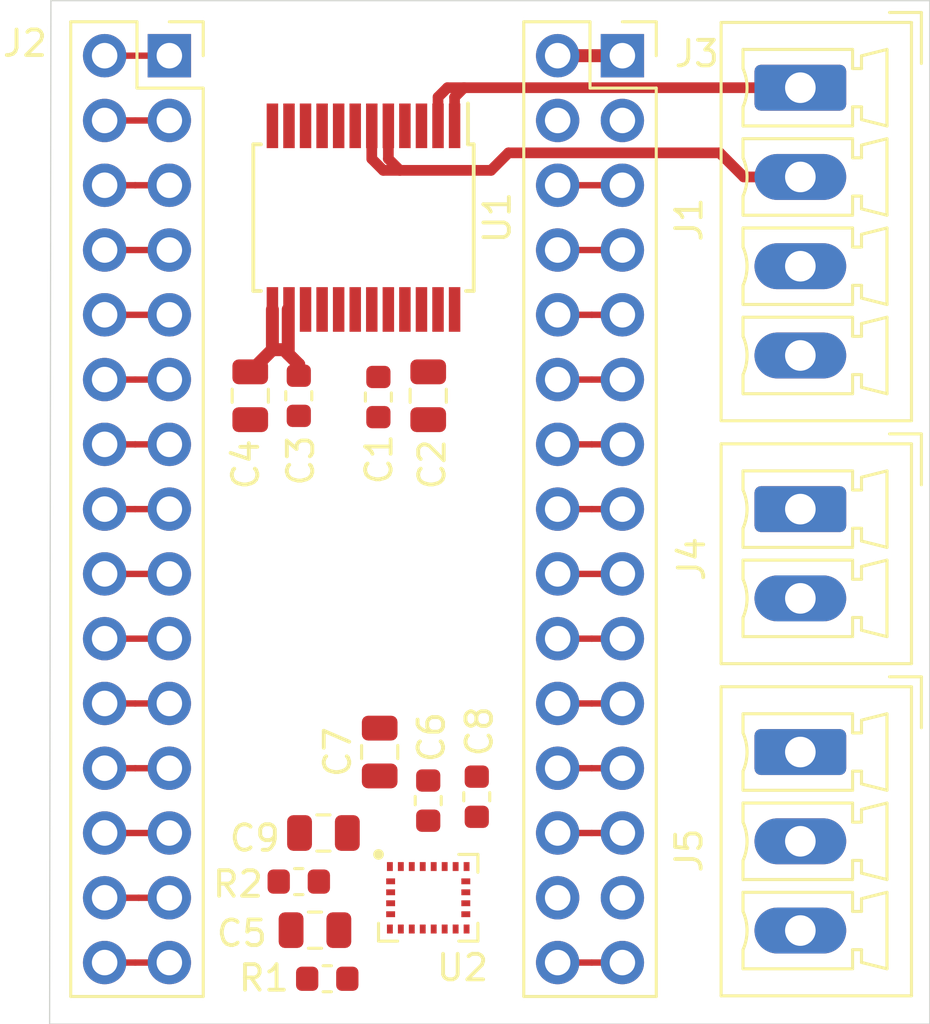
<source format=kicad_pcb>
(kicad_pcb (version 20171130) (host pcbnew "(5.1.5)-3")

  (general
    (thickness 1.6)
    (drawings 4)
    (tracks 71)
    (zones 0)
    (modules 18)
    (nets 41)
  )

  (page A4)
  (layers
    (0 F.Cu signal)
    (31 B.Cu signal)
    (32 B.Adhes user)
    (33 F.Adhes user)
    (34 B.Paste user)
    (35 F.Paste user)
    (36 B.SilkS user)
    (37 F.SilkS user)
    (38 B.Mask user)
    (39 F.Mask user)
    (40 Dwgs.User user)
    (41 Cmts.User user)
    (42 Eco1.User user)
    (43 Eco2.User user)
    (44 Edge.Cuts user)
    (45 Margin user)
    (46 B.CrtYd user)
    (47 F.CrtYd user)
    (48 B.Fab user)
    (49 F.Fab user)
  )

  (setup
    (last_trace_width 0.25)
    (user_trace_width 0.508)
    (trace_clearance 0.2)
    (zone_clearance 0.508)
    (zone_45_only no)
    (trace_min 0.1524)
    (via_size 0.8)
    (via_drill 0.4)
    (via_min_size 0.4)
    (via_min_drill 0.3)
    (uvia_size 0.3)
    (uvia_drill 0.1)
    (uvias_allowed no)
    (uvia_min_size 0.2)
    (uvia_min_drill 0.1)
    (edge_width 0.05)
    (segment_width 0.2)
    (pcb_text_width 0.3)
    (pcb_text_size 1.5 1.5)
    (mod_edge_width 0.12)
    (mod_text_size 1 1)
    (mod_text_width 0.15)
    (pad_size 1.524 1.524)
    (pad_drill 0.762)
    (pad_to_mask_clearance 0.051)
    (solder_mask_min_width 0.25)
    (aux_axis_origin 0 0)
    (grid_origin 86.7918 110.109)
    (visible_elements 7FFDFFFF)
    (pcbplotparams
      (layerselection 0x010fc_ffffffff)
      (usegerberextensions false)
      (usegerberattributes false)
      (usegerberadvancedattributes false)
      (creategerberjobfile false)
      (excludeedgelayer true)
      (linewidth 0.100000)
      (plotframeref false)
      (viasonmask false)
      (mode 1)
      (useauxorigin false)
      (hpglpennumber 1)
      (hpglpenspeed 20)
      (hpglpendiameter 15.000000)
      (psnegative false)
      (psa4output false)
      (plotreference true)
      (plotvalue true)
      (plotinvisibletext false)
      (padsonsilk false)
      (subtractmaskfromsilk false)
      (outputformat 1)
      (mirror false)
      (drillshape 1)
      (scaleselection 1)
      (outputdirectory ""))
  )

  (net 0 "")
  (net 1 "Net-(U2-Pad13)")
  (net 2 "Net-(U2-Pad12)")
  (net 3 "Net-(U2-Pad11)")
  (net 4 "Net-(U2-Pad10)")
  (net 5 "Net-(U2-Pad9)")
  (net 6 GND)
  (net 7 5V)
  (net 8 VIN)
  (net 9 3V3)
  (net 10 "Net-(C8-Pad1)")
  (net 11 "Net-(C9-Pad1)")
  (net 12 "Net-(J1-Pad1)")
  (net 13 "Net-(J1-Pad2)")
  (net 14 "Net-(J1-Pad3)")
  (net 15 "Net-(J1-Pad4)")
  (net 16 TX1)
  (net 17 RX0)
  (net 18 RST)
  (net 19 D2)
  (net 20 D3)
  (net 21 D4)
  (net 22 D5)
  (net 23 D6)
  (net 24 D7)
  (net 25 D8)
  (net 26 D9)
  (net 27 D10)
  (net 28 D11)
  (net 29 D12)
  (net 30 A7)
  (net 31 A6)
  (net 32 A5)
  (net 33 A4)
  (net 34 A3)
  (net 35 A2)
  (net 36 A1)
  (net 37 A0)
  (net 38 REF)
  (net 39 D13)
  (net 40 RST1)

  (net_class Default "This is the default net class."
    (clearance 0.2)
    (trace_width 0.25)
    (via_dia 0.8)
    (via_drill 0.4)
    (uvia_dia 0.3)
    (uvia_drill 0.1)
    (add_net 3V3)
    (add_net 5V)
    (add_net A0)
    (add_net A1)
    (add_net A2)
    (add_net A3)
    (add_net A4)
    (add_net A5)
    (add_net A6)
    (add_net A7)
    (add_net D10)
    (add_net D11)
    (add_net D12)
    (add_net D13)
    (add_net D2)
    (add_net D3)
    (add_net D4)
    (add_net D5)
    (add_net D6)
    (add_net D7)
    (add_net D8)
    (add_net D9)
    (add_net GND)
    (add_net "Net-(C8-Pad1)")
    (add_net "Net-(C9-Pad1)")
    (add_net "Net-(U2-Pad10)")
    (add_net "Net-(U2-Pad11)")
    (add_net "Net-(U2-Pad12)")
    (add_net "Net-(U2-Pad13)")
    (add_net "Net-(U2-Pad9)")
    (add_net REF)
    (add_net RST)
    (add_net RST1)
    (add_net RX0)
    (add_net TX1)
  )

  (net_class Default_Clr ""
    (clearance 0.1524)
    (trace_width 0.25)
    (via_dia 0.8)
    (via_drill 0.4)
    (uvia_dia 0.3)
    (uvia_drill 0.1)
  )

  (net_class MTR_PWR ""
    (clearance 0.2)
    (trace_width 0.42)
    (via_dia 0.8)
    (via_drill 0.4)
    (uvia_dia 0.3)
    (uvia_drill 0.1)
    (add_net "Net-(J1-Pad1)")
    (add_net "Net-(J1-Pad2)")
    (add_net "Net-(J1-Pad3)")
    (add_net "Net-(J1-Pad4)")
  )

  (net_class Power ""
    (clearance 0.2)
    (trace_width 0.508)
    (via_dia 0.8)
    (via_drill 0.4)
    (uvia_dia 0.3)
    (uvia_drill 0.1)
    (add_net VIN)
  )

  (net_class Small ""
    (clearance 0.1524)
    (trace_width 0.2)
    (via_dia 0.8)
    (via_drill 0.4)
    (uvia_dia 0.3)
    (uvia_drill 0.1)
  )

  (module Package_LGA:LGA-24L_3x3.5mm_P0.43mm (layer F.Cu) (tedit 5A02F217) (tstamp 5E55EE3A)
    (at 101.6 105.41)
    (descr "LGA 24L 3x3.5mm Pitch 0.43mm")
    (tags "LGA 24L 3x3.5mm Pitch 0.43mm")
    (path /5E4DF41C)
    (attr smd)
    (fp_text reference U2 (at 1.3462 2.7432) (layer F.SilkS)
      (effects (font (size 1 1) (thickness 0.15)))
    )
    (fp_text value LSM9DS1 (at 0 2.8) (layer F.Fab) hide
      (effects (font (size 1 1) (thickness 0.15)))
    )
    (fp_line (start -1.2 1.7) (end -1.95 1.7) (layer F.SilkS) (width 0.12))
    (fp_line (start 1.95 1) (end 1.95 1.7) (layer F.SilkS) (width 0.12))
    (fp_line (start -1.75 -1.5) (end 1.75 -1.5) (layer F.Fab) (width 0.1))
    (fp_line (start 1.75 -1.5) (end 1.75 1.5) (layer F.Fab) (width 0.1))
    (fp_line (start 1.75 1.5) (end -1.75 1.5) (layer F.Fab) (width 0.1))
    (fp_line (start -1.75 1.5) (end -1.75 -1.5) (layer F.Fab) (width 0.1))
    (fp_circle (center -1.3 -1) (end -1.3 -0.85) (layer F.Fab) (width 0.1))
    (fp_line (start 1.2 -1.7) (end 1.95 -1.7) (layer F.SilkS) (width 0.12))
    (fp_line (start 1.95 -1.7) (end 1.95 -1) (layer F.SilkS) (width 0.12))
    (fp_line (start 1.95 1.7) (end 1.2 1.7) (layer F.SilkS) (width 0.12))
    (fp_line (start -1.95 1.7) (end -1.95 1) (layer F.SilkS) (width 0.12))
    (fp_circle (center -1.95 -1.7) (end -1.8 -1.7) (layer F.SilkS) (width 0.12))
    (fp_line (start -2.1 -1.85) (end 2.1 -1.85) (layer F.CrtYd) (width 0.05))
    (fp_line (start 2.1 -1.85) (end 2.1 1.85) (layer F.CrtYd) (width 0.05))
    (fp_line (start 2.1 1.85) (end -2.1 1.85) (layer F.CrtYd) (width 0.05))
    (fp_line (start -2.1 1.85) (end -2.1 -1.85) (layer F.CrtYd) (width 0.05))
    (fp_circle (center -1.3 -1) (end -1.3 -0.95) (layer F.Fab) (width 0.1))
    (fp_circle (center -1.95 -1.7) (end -1.89 -1.7) (layer F.SilkS) (width 0.12))
    (fp_text user %R (at 0 -2.7) (layer F.Fab)
      (effects (font (size 1 1) (thickness 0.15)))
    )
    (pad 13 smd rect (at 1.505 1.225) (size 0.23 0.35) (layers F.Cu F.Paste F.Mask)
      (net 1 "Net-(U2-Pad13)"))
    (pad 12 smd rect (at 1.075 1.225) (size 0.23 0.35) (layers F.Cu F.Paste F.Mask)
      (net 2 "Net-(U2-Pad12)"))
    (pad 11 smd rect (at 0.645 1.225) (size 0.23 0.35) (layers F.Cu F.Paste F.Mask)
      (net 3 "Net-(U2-Pad11)"))
    (pad 10 smd rect (at 0.215 1.225) (size 0.23 0.35) (layers F.Cu F.Paste F.Mask)
      (net 4 "Net-(U2-Pad10)"))
    (pad 9 smd rect (at -0.215 1.225) (size 0.23 0.35) (layers F.Cu F.Paste F.Mask)
      (net 5 "Net-(U2-Pad9)"))
    (pad 8 smd rect (at -0.645 1.225) (size 0.23 0.35) (layers F.Cu F.Paste F.Mask)
      (net 9 3V3))
    (pad 7 smd rect (at -1.075 1.225) (size 0.23 0.35) (layers F.Cu F.Paste F.Mask)
      (net 9 3V3))
    (pad 6 smd rect (at -1.505 1.225) (size 0.23 0.35) (layers F.Cu F.Paste F.Mask)
      (net 9 3V3))
    (pad 18 smd rect (at 1.505 -1.225) (size 0.23 0.35) (layers F.Cu F.Paste F.Mask)
      (net 6 GND))
    (pad 19 smd rect (at 1.075 -1.225) (size 0.23 0.35) (layers F.Cu F.Paste F.Mask)
      (net 6 GND))
    (pad 20 smd rect (at 0.645 -1.225) (size 0.23 0.35) (layers F.Cu F.Paste F.Mask)
      (net 6 GND))
    (pad 21 smd rect (at 0.215 -1.225) (size 0.23 0.35) (layers F.Cu F.Paste F.Mask)
      (net 10 "Net-(C8-Pad1)"))
    (pad 22 smd rect (at -0.215 -1.225) (size 0.23 0.35) (layers F.Cu F.Paste F.Mask)
      (net 9 3V3))
    (pad 23 smd rect (at -0.645 -1.225) (size 0.23 0.35) (layers F.Cu F.Paste F.Mask)
      (net 9 3V3))
    (pad 24 smd rect (at -1.075 -1.225) (size 0.23 0.35) (layers F.Cu F.Paste F.Mask)
      (net 11 "Net-(C9-Pad1)"))
    (pad 14 smd rect (at 1.475 0.645) (size 0.35 0.23) (layers F.Cu F.Paste F.Mask)
      (net 6 GND))
    (pad 5 smd rect (at -1.475 0.645) (size 0.35 0.23) (layers F.Cu F.Paste F.Mask)
      (net 9 3V3))
    (pad 15 smd rect (at 1.475 0.215) (size 0.35 0.23) (layers F.Cu F.Paste F.Mask)
      (net 6 GND))
    (pad 4 smd rect (at -1.475 0.215) (size 0.35 0.23) (layers F.Cu F.Paste F.Mask)
      (net 33 A4))
    (pad 16 smd rect (at 1.475 -0.215) (size 0.35 0.23) (layers F.Cu F.Paste F.Mask)
      (net 6 GND))
    (pad 3 smd rect (at -1.475 -0.215) (size 0.35 0.23) (layers F.Cu F.Paste F.Mask)
      (net 9 3V3))
    (pad 17 smd rect (at 1.475 -0.645) (size 0.35 0.23) (layers F.Cu F.Paste F.Mask)
      (net 6 GND))
    (pad 2 smd rect (at -1.475 -0.645) (size 0.35 0.23) (layers F.Cu F.Paste F.Mask)
      (net 32 A5))
    (pad 1 smd rect (at -1.505 -1.225) (size 0.23 0.35) (layers F.Cu F.Paste F.Mask)
      (net 9 3V3))
    (model ${KISYS3DMOD}/Package_LGA.3dshapes/LGA-24L_3x3.5mm_P0.43mm.wrl
      (at (xyz 0 0 0))
      (scale (xyz 1 1 1))
      (rotate (xyz 0 0 0))
    )
  )

  (module Package_SO:SSOP-24_5.3x8.2mm_P0.65mm (layer F.Cu) (tedit 5A02F25C) (tstamp 5E4CC76D)
    (at 99.06 78.74 270)
    (descr "24-Lead Plastic Shrink Small Outline (SS)-5.30 mm Body [SSOP] (see Microchip Packaging Specification 00000049BS.pdf)")
    (tags "SSOP 0.65")
    (path /5E4DC689)
    (attr smd)
    (fp_text reference U1 (at 0 -5.25 90) (layer F.SilkS)
      (effects (font (size 1 1) (thickness 0.15)))
    )
    (fp_text value TB6612FNG (at 0 5.25 90) (layer F.Fab)
      (effects (font (size 1 1) (thickness 0.15)))
    )
    (fp_text user %R (at 0 0 90) (layer F.Fab)
      (effects (font (size 0.8 0.8) (thickness 0.15)))
    )
    (fp_line (start -2.875 -4.1) (end -4.475 -4.1) (layer F.SilkS) (width 0.15))
    (fp_line (start -2.875 4.325) (end 2.875 4.325) (layer F.SilkS) (width 0.15))
    (fp_line (start -2.875 -4.325) (end 2.875 -4.325) (layer F.SilkS) (width 0.15))
    (fp_line (start -2.875 4.325) (end -2.875 4.025) (layer F.SilkS) (width 0.15))
    (fp_line (start 2.875 4.325) (end 2.875 4.025) (layer F.SilkS) (width 0.15))
    (fp_line (start 2.875 -4.325) (end 2.875 -4.025) (layer F.SilkS) (width 0.15))
    (fp_line (start -2.875 -4.325) (end -2.875 -4.1) (layer F.SilkS) (width 0.15))
    (fp_line (start -4.75 4.5) (end 4.75 4.5) (layer F.CrtYd) (width 0.05))
    (fp_line (start -4.75 -4.5) (end 4.75 -4.5) (layer F.CrtYd) (width 0.05))
    (fp_line (start 4.75 -4.5) (end 4.75 4.5) (layer F.CrtYd) (width 0.05))
    (fp_line (start -4.75 -4.5) (end -4.75 4.5) (layer F.CrtYd) (width 0.05))
    (fp_line (start -2.65 -3.1) (end -1.65 -4.1) (layer F.Fab) (width 0.15))
    (fp_line (start -2.65 4.1) (end -2.65 -3.1) (layer F.Fab) (width 0.15))
    (fp_line (start 2.65 4.1) (end -2.65 4.1) (layer F.Fab) (width 0.15))
    (fp_line (start 2.65 -4.1) (end 2.65 4.1) (layer F.Fab) (width 0.15))
    (fp_line (start -1.65 -4.1) (end 2.65 -4.1) (layer F.Fab) (width 0.15))
    (pad 24 smd rect (at 3.6 -3.575 270) (size 1.75 0.45) (layers F.Cu F.Paste F.Mask)
      (net 8 VIN))
    (pad 23 smd rect (at 3.6 -2.925 270) (size 1.75 0.45) (layers F.Cu F.Paste F.Mask)
      (net 26 D9))
    (pad 22 smd rect (at 3.6 -2.275 270) (size 1.75 0.45) (layers F.Cu F.Paste F.Mask)
      (net 25 D8))
    (pad 21 smd rect (at 3.6 -1.625 270) (size 1.75 0.45) (layers F.Cu F.Paste F.Mask)
      (net 24 D7))
    (pad 20 smd rect (at 3.6 -0.975 270) (size 1.75 0.45) (layers F.Cu F.Paste F.Mask)
      (net 7 5V))
    (pad 19 smd rect (at 3.6 -0.325 270) (size 1.75 0.45) (layers F.Cu F.Paste F.Mask)
      (net 23 D6))
    (pad 18 smd rect (at 3.6 0.325 270) (size 1.75 0.45) (layers F.Cu F.Paste F.Mask)
      (net 6 GND))
    (pad 17 smd rect (at 3.6 0.975 270) (size 1.75 0.45) (layers F.Cu F.Paste F.Mask)
      (net 22 D5))
    (pad 16 smd rect (at 3.6 1.625 270) (size 1.75 0.45) (layers F.Cu F.Paste F.Mask)
      (net 21 D4))
    (pad 15 smd rect (at 3.6 2.275 270) (size 1.75 0.45) (layers F.Cu F.Paste F.Mask)
      (net 20 D3))
    (pad 14 smd rect (at 3.6 2.925 270) (size 1.75 0.45) (layers F.Cu F.Paste F.Mask)
      (net 8 VIN))
    (pad 13 smd rect (at 3.6 3.575 270) (size 1.75 0.45) (layers F.Cu F.Paste F.Mask)
      (net 8 VIN))
    (pad 12 smd rect (at -3.6 3.575 270) (size 1.75 0.45) (layers F.Cu F.Paste F.Mask)
      (net 14 "Net-(J1-Pad3)"))
    (pad 11 smd rect (at -3.6 2.925 270) (size 1.75 0.45) (layers F.Cu F.Paste F.Mask)
      (net 14 "Net-(J1-Pad3)"))
    (pad 10 smd rect (at -3.6 2.275 270) (size 1.75 0.45) (layers F.Cu F.Paste F.Mask)
      (net 6 GND))
    (pad 9 smd rect (at -3.6 1.625 270) (size 1.75 0.45) (layers F.Cu F.Paste F.Mask)
      (net 6 GND))
    (pad 8 smd rect (at -3.6 0.975 270) (size 1.75 0.45) (layers F.Cu F.Paste F.Mask)
      (net 15 "Net-(J1-Pad4)"))
    (pad 7 smd rect (at -3.6 0.325 270) (size 1.75 0.45) (layers F.Cu F.Paste F.Mask)
      (net 15 "Net-(J1-Pad4)"))
    (pad 6 smd rect (at -3.6 -0.325 270) (size 1.75 0.45) (layers F.Cu F.Paste F.Mask)
      (net 13 "Net-(J1-Pad2)"))
    (pad 5 smd rect (at -3.6 -0.975 270) (size 1.75 0.45) (layers F.Cu F.Paste F.Mask)
      (net 13 "Net-(J1-Pad2)"))
    (pad 4 smd rect (at -3.6 -1.625 270) (size 1.75 0.45) (layers F.Cu F.Paste F.Mask)
      (net 6 GND))
    (pad 3 smd rect (at -3.6 -2.275 270) (size 1.75 0.45) (layers F.Cu F.Paste F.Mask)
      (net 6 GND))
    (pad 2 smd rect (at -3.6 -2.925 270) (size 1.75 0.45) (layers F.Cu F.Paste F.Mask)
      (net 12 "Net-(J1-Pad1)"))
    (pad 1 smd rect (at -3.6 -3.575 270) (size 1.75 0.45) (layers F.Cu F.Paste F.Mask)
      (net 12 "Net-(J1-Pad1)"))
    (model ${KISYS3DMOD}/Package_SO.3dshapes/SSOP-24_5.3x8.2mm_P0.65mm.wrl
      (at (xyz 0 0 0))
      (scale (xyz 1 1 1))
      (rotate (xyz 0 0 0))
    )
  )

  (module Connector_PinSocket_2.54mm:PinSocket_2x15_P2.54mm_Vertical (layer F.Cu) (tedit 5A19A42E) (tstamp 5E526DD3)
    (at 91.44 72.39)
    (descr "Through hole straight socket strip, 2x15, 2.54mm pitch, double cols (from Kicad 4.0.7), script generated")
    (tags "Through hole socket strip THT 2x15 2.54mm double row")
    (path /5E50BAC2)
    (fp_text reference J2 (at -5.6642 -0.4826) (layer F.SilkS)
      (effects (font (size 1 1) (thickness 0.15)))
    )
    (fp_text value Conn_02x15_Top_Bottom (at -1.27 38.33) (layer F.Fab)
      (effects (font (size 1 1) (thickness 0.15)))
    )
    (fp_line (start -3.81 -1.27) (end 0.27 -1.27) (layer F.Fab) (width 0.1))
    (fp_line (start 0.27 -1.27) (end 1.27 -0.27) (layer F.Fab) (width 0.1))
    (fp_line (start 1.27 -0.27) (end 1.27 36.83) (layer F.Fab) (width 0.1))
    (fp_line (start 1.27 36.83) (end -3.81 36.83) (layer F.Fab) (width 0.1))
    (fp_line (start -3.81 36.83) (end -3.81 -1.27) (layer F.Fab) (width 0.1))
    (fp_line (start -3.87 -1.33) (end -1.27 -1.33) (layer F.SilkS) (width 0.12))
    (fp_line (start -3.87 -1.33) (end -3.87 36.89) (layer F.SilkS) (width 0.12))
    (fp_line (start -3.87 36.89) (end 1.33 36.89) (layer F.SilkS) (width 0.12))
    (fp_line (start 1.33 1.27) (end 1.33 36.89) (layer F.SilkS) (width 0.12))
    (fp_line (start -1.27 1.27) (end 1.33 1.27) (layer F.SilkS) (width 0.12))
    (fp_line (start -1.27 -1.33) (end -1.27 1.27) (layer F.SilkS) (width 0.12))
    (fp_line (start 1.33 -1.33) (end 1.33 0) (layer F.SilkS) (width 0.12))
    (fp_line (start 0 -1.33) (end 1.33 -1.33) (layer F.SilkS) (width 0.12))
    (fp_line (start -4.34 -1.8) (end 1.76 -1.8) (layer F.CrtYd) (width 0.05))
    (fp_line (start 1.76 -1.8) (end 1.76 37.3) (layer F.CrtYd) (width 0.05))
    (fp_line (start 1.76 37.3) (end -4.34 37.3) (layer F.CrtYd) (width 0.05))
    (fp_line (start -4.34 37.3) (end -4.34 -1.8) (layer F.CrtYd) (width 0.05))
    (fp_text user %R (at -1.27 17.78 90) (layer F.Fab)
      (effects (font (size 1 1) (thickness 0.15)))
    )
    (pad 1 thru_hole rect (at 0 0) (size 1.7 1.7) (drill 1) (layers *.Cu *.Mask)
      (net 16 TX1))
    (pad 2 thru_hole oval (at -2.54 0) (size 1.7 1.7) (drill 1) (layers *.Cu *.Mask)
      (net 16 TX1))
    (pad 3 thru_hole oval (at 0 2.54) (size 1.7 1.7) (drill 1) (layers *.Cu *.Mask)
      (net 17 RX0))
    (pad 4 thru_hole oval (at -2.54 2.54) (size 1.7 1.7) (drill 1) (layers *.Cu *.Mask)
      (net 17 RX0))
    (pad 5 thru_hole oval (at 0 5.08) (size 1.7 1.7) (drill 1) (layers *.Cu *.Mask)
      (net 18 RST))
    (pad 6 thru_hole oval (at -2.54 5.08) (size 1.7 1.7) (drill 1) (layers *.Cu *.Mask)
      (net 18 RST))
    (pad 7 thru_hole oval (at 0 7.62) (size 1.7 1.7) (drill 1) (layers *.Cu *.Mask)
      (net 6 GND))
    (pad 8 thru_hole oval (at -2.54 7.62) (size 1.7 1.7) (drill 1) (layers *.Cu *.Mask)
      (net 6 GND))
    (pad 9 thru_hole oval (at 0 10.16) (size 1.7 1.7) (drill 1) (layers *.Cu *.Mask)
      (net 19 D2))
    (pad 10 thru_hole oval (at -2.54 10.16) (size 1.7 1.7) (drill 1) (layers *.Cu *.Mask)
      (net 19 D2))
    (pad 11 thru_hole oval (at 0 12.7) (size 1.7 1.7) (drill 1) (layers *.Cu *.Mask)
      (net 20 D3))
    (pad 12 thru_hole oval (at -2.54 12.7) (size 1.7 1.7) (drill 1) (layers *.Cu *.Mask)
      (net 20 D3))
    (pad 13 thru_hole oval (at 0 15.24) (size 1.7 1.7) (drill 1) (layers *.Cu *.Mask)
      (net 21 D4))
    (pad 14 thru_hole oval (at -2.54 15.24) (size 1.7 1.7) (drill 1) (layers *.Cu *.Mask)
      (net 21 D4))
    (pad 15 thru_hole oval (at 0 17.78) (size 1.7 1.7) (drill 1) (layers *.Cu *.Mask)
      (net 22 D5))
    (pad 16 thru_hole oval (at -2.54 17.78) (size 1.7 1.7) (drill 1) (layers *.Cu *.Mask)
      (net 22 D5))
    (pad 17 thru_hole oval (at 0 20.32) (size 1.7 1.7) (drill 1) (layers *.Cu *.Mask)
      (net 23 D6))
    (pad 18 thru_hole oval (at -2.54 20.32) (size 1.7 1.7) (drill 1) (layers *.Cu *.Mask)
      (net 23 D6))
    (pad 19 thru_hole oval (at 0 22.86) (size 1.7 1.7) (drill 1) (layers *.Cu *.Mask)
      (net 24 D7))
    (pad 20 thru_hole oval (at -2.54 22.86) (size 1.7 1.7) (drill 1) (layers *.Cu *.Mask)
      (net 24 D7))
    (pad 21 thru_hole oval (at 0 25.4) (size 1.7 1.7) (drill 1) (layers *.Cu *.Mask)
      (net 25 D8))
    (pad 22 thru_hole oval (at -2.54 25.4) (size 1.7 1.7) (drill 1) (layers *.Cu *.Mask)
      (net 25 D8))
    (pad 23 thru_hole oval (at 0 27.94) (size 1.7 1.7) (drill 1) (layers *.Cu *.Mask)
      (net 26 D9))
    (pad 24 thru_hole oval (at -2.54 27.94) (size 1.7 1.7) (drill 1) (layers *.Cu *.Mask)
      (net 26 D9))
    (pad 25 thru_hole oval (at 0 30.48) (size 1.7 1.7) (drill 1) (layers *.Cu *.Mask)
      (net 27 D10))
    (pad 26 thru_hole oval (at -2.54 30.48) (size 1.7 1.7) (drill 1) (layers *.Cu *.Mask)
      (net 27 D10))
    (pad 27 thru_hole oval (at 0 33.02) (size 1.7 1.7) (drill 1) (layers *.Cu *.Mask)
      (net 28 D11))
    (pad 28 thru_hole oval (at -2.54 33.02) (size 1.7 1.7) (drill 1) (layers *.Cu *.Mask)
      (net 28 D11))
    (pad 29 thru_hole oval (at 0 35.56) (size 1.7 1.7) (drill 1) (layers *.Cu *.Mask)
      (net 29 D12))
    (pad 30 thru_hole oval (at -2.54 35.56) (size 1.7 1.7) (drill 1) (layers *.Cu *.Mask)
      (net 29 D12))
    (model ${KISYS3DMOD}/Connector_PinSocket_2.54mm.3dshapes/PinSocket_2x15_P2.54mm_Vertical.wrl
      (at (xyz 0 0 0))
      (scale (xyz 1 1 1))
      (rotate (xyz 0 0 0))
    )
  )

  (module Capacitor_SMD:C_0603_1608Metric (layer F.Cu) (tedit 5B301BBE) (tstamp 5E54B317)
    (at 99.6442 85.7757 270)
    (descr "Capacitor SMD 0603 (1608 Metric), square (rectangular) end terminal, IPC_7351 nominal, (Body size source: http://www.tortai-tech.com/upload/download/2011102023233369053.pdf), generated with kicad-footprint-generator")
    (tags capacitor)
    (path /5E58DEAB)
    (attr smd)
    (fp_text reference C1 (at 2.4384 -0.0254 90) (layer F.SilkS)
      (effects (font (size 1 1) (thickness 0.15)))
    )
    (fp_text value 0.1uF (at 0 1.43 90) (layer F.Fab)
      (effects (font (size 1 1) (thickness 0.15)))
    )
    (fp_text user %R (at 0 0 90) (layer F.Fab)
      (effects (font (size 0.4 0.4) (thickness 0.06)))
    )
    (fp_line (start 1.48 0.73) (end -1.48 0.73) (layer F.CrtYd) (width 0.05))
    (fp_line (start 1.48 -0.73) (end 1.48 0.73) (layer F.CrtYd) (width 0.05))
    (fp_line (start -1.48 -0.73) (end 1.48 -0.73) (layer F.CrtYd) (width 0.05))
    (fp_line (start -1.48 0.73) (end -1.48 -0.73) (layer F.CrtYd) (width 0.05))
    (fp_line (start -0.162779 0.51) (end 0.162779 0.51) (layer F.SilkS) (width 0.12))
    (fp_line (start -0.162779 -0.51) (end 0.162779 -0.51) (layer F.SilkS) (width 0.12))
    (fp_line (start 0.8 0.4) (end -0.8 0.4) (layer F.Fab) (width 0.1))
    (fp_line (start 0.8 -0.4) (end 0.8 0.4) (layer F.Fab) (width 0.1))
    (fp_line (start -0.8 -0.4) (end 0.8 -0.4) (layer F.Fab) (width 0.1))
    (fp_line (start -0.8 0.4) (end -0.8 -0.4) (layer F.Fab) (width 0.1))
    (pad 2 smd roundrect (at 0.7875 0 270) (size 0.875 0.95) (layers F.Cu F.Paste F.Mask) (roundrect_rratio 0.25)
      (net 6 GND))
    (pad 1 smd roundrect (at -0.7875 0 270) (size 0.875 0.95) (layers F.Cu F.Paste F.Mask) (roundrect_rratio 0.25)
      (net 7 5V))
    (model ${KISYS3DMOD}/Capacitor_SMD.3dshapes/C_0603_1608Metric.wrl
      (at (xyz 0 0 0))
      (scale (xyz 1 1 1))
      (rotate (xyz 0 0 0))
    )
  )

  (module Capacitor_SMD:C_0805_2012Metric (layer F.Cu) (tedit 5B36C52B) (tstamp 5E5455D5)
    (at 101.6 85.725 270)
    (descr "Capacitor SMD 0805 (2012 Metric), square (rectangular) end terminal, IPC_7351 nominal, (Body size source: https://docs.google.com/spreadsheets/d/1BsfQQcO9C6DZCsRaXUlFlo91Tg2WpOkGARC1WS5S8t0/edit?usp=sharing), generated with kicad-footprint-generator")
    (tags capacitor)
    (path /5E5ADB00)
    (attr smd)
    (fp_text reference C2 (at 2.6924 -0.1524 90) (layer F.SilkS)
      (effects (font (size 1 1) (thickness 0.15)))
    )
    (fp_text value 10uF (at 0 1.65 90) (layer F.Fab)
      (effects (font (size 1 1) (thickness 0.15)))
    )
    (fp_text user %R (at 0 0 90) (layer F.Fab)
      (effects (font (size 0.5 0.5) (thickness 0.08)))
    )
    (fp_line (start 1.68 0.95) (end -1.68 0.95) (layer F.CrtYd) (width 0.05))
    (fp_line (start 1.68 -0.95) (end 1.68 0.95) (layer F.CrtYd) (width 0.05))
    (fp_line (start -1.68 -0.95) (end 1.68 -0.95) (layer F.CrtYd) (width 0.05))
    (fp_line (start -1.68 0.95) (end -1.68 -0.95) (layer F.CrtYd) (width 0.05))
    (fp_line (start -0.258578 0.71) (end 0.258578 0.71) (layer F.SilkS) (width 0.12))
    (fp_line (start -0.258578 -0.71) (end 0.258578 -0.71) (layer F.SilkS) (width 0.12))
    (fp_line (start 1 0.6) (end -1 0.6) (layer F.Fab) (width 0.1))
    (fp_line (start 1 -0.6) (end 1 0.6) (layer F.Fab) (width 0.1))
    (fp_line (start -1 -0.6) (end 1 -0.6) (layer F.Fab) (width 0.1))
    (fp_line (start -1 0.6) (end -1 -0.6) (layer F.Fab) (width 0.1))
    (pad 2 smd roundrect (at 0.9375 0 270) (size 0.975 1.4) (layers F.Cu F.Paste F.Mask) (roundrect_rratio 0.25)
      (net 6 GND))
    (pad 1 smd roundrect (at -0.9375 0 270) (size 0.975 1.4) (layers F.Cu F.Paste F.Mask) (roundrect_rratio 0.25)
      (net 7 5V))
    (model ${KISYS3DMOD}/Capacitor_SMD.3dshapes/C_0805_2012Metric.wrl
      (at (xyz 0 0 0))
      (scale (xyz 1 1 1))
      (rotate (xyz 0 0 0))
    )
  )

  (module Capacitor_SMD:C_0603_1608Metric (layer F.Cu) (tedit 5B301BBE) (tstamp 5E5455E5)
    (at 96.52 85.725 270)
    (descr "Capacitor SMD 0603 (1608 Metric), square (rectangular) end terminal, IPC_7351 nominal, (Body size source: http://www.tortai-tech.com/upload/download/2011102023233369053.pdf), generated with kicad-footprint-generator")
    (tags capacitor)
    (path /5E546099)
    (attr smd)
    (fp_text reference C3 (at 2.54 -0.0762 90) (layer F.SilkS)
      (effects (font (size 1 1) (thickness 0.15)))
    )
    (fp_text value 0.1uF (at 0 1.43 90) (layer F.Fab)
      (effects (font (size 1 1) (thickness 0.15)))
    )
    (fp_line (start -0.8 0.4) (end -0.8 -0.4) (layer F.Fab) (width 0.1))
    (fp_line (start -0.8 -0.4) (end 0.8 -0.4) (layer F.Fab) (width 0.1))
    (fp_line (start 0.8 -0.4) (end 0.8 0.4) (layer F.Fab) (width 0.1))
    (fp_line (start 0.8 0.4) (end -0.8 0.4) (layer F.Fab) (width 0.1))
    (fp_line (start -0.162779 -0.51) (end 0.162779 -0.51) (layer F.SilkS) (width 0.12))
    (fp_line (start -0.162779 0.51) (end 0.162779 0.51) (layer F.SilkS) (width 0.12))
    (fp_line (start -1.48 0.73) (end -1.48 -0.73) (layer F.CrtYd) (width 0.05))
    (fp_line (start -1.48 -0.73) (end 1.48 -0.73) (layer F.CrtYd) (width 0.05))
    (fp_line (start 1.48 -0.73) (end 1.48 0.73) (layer F.CrtYd) (width 0.05))
    (fp_line (start 1.48 0.73) (end -1.48 0.73) (layer F.CrtYd) (width 0.05))
    (fp_text user %R (at 0 0 90) (layer F.Fab)
      (effects (font (size 0.4 0.4) (thickness 0.06)))
    )
    (pad 1 smd roundrect (at -0.7875 0 270) (size 0.875 0.95) (layers F.Cu F.Paste F.Mask) (roundrect_rratio 0.25)
      (net 8 VIN))
    (pad 2 smd roundrect (at 0.7875 0 270) (size 0.875 0.95) (layers F.Cu F.Paste F.Mask) (roundrect_rratio 0.25)
      (net 6 GND))
    (model ${KISYS3DMOD}/Capacitor_SMD.3dshapes/C_0603_1608Metric.wrl
      (at (xyz 0 0 0))
      (scale (xyz 1 1 1))
      (rotate (xyz 0 0 0))
    )
  )

  (module Capacitor_SMD:C_0805_2012Metric (layer F.Cu) (tedit 5B36C52B) (tstamp 5E5455F5)
    (at 94.615 85.725 270)
    (descr "Capacitor SMD 0805 (2012 Metric), square (rectangular) end terminal, IPC_7351 nominal, (Body size source: https://docs.google.com/spreadsheets/d/1BsfQQcO9C6DZCsRaXUlFlo91Tg2WpOkGARC1WS5S8t0/edit?usp=sharing), generated with kicad-footprint-generator")
    (tags capacitor)
    (path /5E5ACC00)
    (attr smd)
    (fp_text reference C4 (at 2.6924 0.1778 90) (layer F.SilkS)
      (effects (font (size 1 1) (thickness 0.15)))
    )
    (fp_text value 10uF (at 0 1.65 90) (layer F.Fab)
      (effects (font (size 1 1) (thickness 0.15)))
    )
    (fp_line (start -1 0.6) (end -1 -0.6) (layer F.Fab) (width 0.1))
    (fp_line (start -1 -0.6) (end 1 -0.6) (layer F.Fab) (width 0.1))
    (fp_line (start 1 -0.6) (end 1 0.6) (layer F.Fab) (width 0.1))
    (fp_line (start 1 0.6) (end -1 0.6) (layer F.Fab) (width 0.1))
    (fp_line (start -0.258578 -0.71) (end 0.258578 -0.71) (layer F.SilkS) (width 0.12))
    (fp_line (start -0.258578 0.71) (end 0.258578 0.71) (layer F.SilkS) (width 0.12))
    (fp_line (start -1.68 0.95) (end -1.68 -0.95) (layer F.CrtYd) (width 0.05))
    (fp_line (start -1.68 -0.95) (end 1.68 -0.95) (layer F.CrtYd) (width 0.05))
    (fp_line (start 1.68 -0.95) (end 1.68 0.95) (layer F.CrtYd) (width 0.05))
    (fp_line (start 1.68 0.95) (end -1.68 0.95) (layer F.CrtYd) (width 0.05))
    (fp_text user %R (at 0 0 90) (layer F.Fab)
      (effects (font (size 0.5 0.5) (thickness 0.08)))
    )
    (pad 1 smd roundrect (at -0.9375 0 270) (size 0.975 1.4) (layers F.Cu F.Paste F.Mask) (roundrect_rratio 0.25)
      (net 8 VIN))
    (pad 2 smd roundrect (at 0.9375 0 270) (size 0.975 1.4) (layers F.Cu F.Paste F.Mask) (roundrect_rratio 0.25)
      (net 6 GND))
    (model ${KISYS3DMOD}/Capacitor_SMD.3dshapes/C_0805_2012Metric.wrl
      (at (xyz 0 0 0))
      (scale (xyz 1 1 1))
      (rotate (xyz 0 0 0))
    )
  )

  (module Capacitor_SMD:C_0805_2012Metric (layer F.Cu) (tedit 5B36C52B) (tstamp 5E545605)
    (at 97.155 106.68 180)
    (descr "Capacitor SMD 0805 (2012 Metric), square (rectangular) end terminal, IPC_7351 nominal, (Body size source: https://docs.google.com/spreadsheets/d/1BsfQQcO9C6DZCsRaXUlFlo91Tg2WpOkGARC1WS5S8t0/edit?usp=sharing), generated with kicad-footprint-generator")
    (tags capacitor)
    (path /5E73342D)
    (attr smd)
    (fp_text reference C5 (at 2.8702 -0.127) (layer F.SilkS)
      (effects (font (size 1 1) (thickness 0.15)))
    )
    (fp_text value 100nF (at 0 1.65) (layer F.Fab)
      (effects (font (size 1 1) (thickness 0.15)))
    )
    (fp_line (start -1 0.6) (end -1 -0.6) (layer F.Fab) (width 0.1))
    (fp_line (start -1 -0.6) (end 1 -0.6) (layer F.Fab) (width 0.1))
    (fp_line (start 1 -0.6) (end 1 0.6) (layer F.Fab) (width 0.1))
    (fp_line (start 1 0.6) (end -1 0.6) (layer F.Fab) (width 0.1))
    (fp_line (start -0.258578 -0.71) (end 0.258578 -0.71) (layer F.SilkS) (width 0.12))
    (fp_line (start -0.258578 0.71) (end 0.258578 0.71) (layer F.SilkS) (width 0.12))
    (fp_line (start -1.68 0.95) (end -1.68 -0.95) (layer F.CrtYd) (width 0.05))
    (fp_line (start -1.68 -0.95) (end 1.68 -0.95) (layer F.CrtYd) (width 0.05))
    (fp_line (start 1.68 -0.95) (end 1.68 0.95) (layer F.CrtYd) (width 0.05))
    (fp_line (start 1.68 0.95) (end -1.68 0.95) (layer F.CrtYd) (width 0.05))
    (fp_text user %R (at 0 0) (layer F.Fab)
      (effects (font (size 0.5 0.5) (thickness 0.08)))
    )
    (pad 1 smd roundrect (at -0.9375 0 180) (size 0.975 1.4) (layers F.Cu F.Paste F.Mask) (roundrect_rratio 0.25)
      (net 9 3V3))
    (pad 2 smd roundrect (at 0.9375 0 180) (size 0.975 1.4) (layers F.Cu F.Paste F.Mask) (roundrect_rratio 0.25)
      (net 6 GND))
    (model ${KISYS3DMOD}/Capacitor_SMD.3dshapes/C_0805_2012Metric.wrl
      (at (xyz 0 0 0))
      (scale (xyz 1 1 1))
      (rotate (xyz 0 0 0))
    )
  )

  (module Capacitor_SMD:C_0603_1608Metric (layer F.Cu) (tedit 5B301BBE) (tstamp 5E54B0EA)
    (at 101.6 101.6 90)
    (descr "Capacitor SMD 0603 (1608 Metric), square (rectangular) end terminal, IPC_7351 nominal, (Body size source: http://www.tortai-tech.com/upload/download/2011102023233369053.pdf), generated with kicad-footprint-generator")
    (tags capacitor)
    (path /5E731103)
    (attr smd)
    (fp_text reference C6 (at 2.4892 0.127 90) (layer F.SilkS)
      (effects (font (size 1 1) (thickness 0.15)))
    )
    (fp_text value 10nF (at 0 1.43 90) (layer F.Fab)
      (effects (font (size 1 1) (thickness 0.15)))
    )
    (fp_text user %R (at 0 0 90) (layer F.Fab)
      (effects (font (size 0.4 0.4) (thickness 0.06)))
    )
    (fp_line (start 1.48 0.73) (end -1.48 0.73) (layer F.CrtYd) (width 0.05))
    (fp_line (start 1.48 -0.73) (end 1.48 0.73) (layer F.CrtYd) (width 0.05))
    (fp_line (start -1.48 -0.73) (end 1.48 -0.73) (layer F.CrtYd) (width 0.05))
    (fp_line (start -1.48 0.73) (end -1.48 -0.73) (layer F.CrtYd) (width 0.05))
    (fp_line (start -0.162779 0.51) (end 0.162779 0.51) (layer F.SilkS) (width 0.12))
    (fp_line (start -0.162779 -0.51) (end 0.162779 -0.51) (layer F.SilkS) (width 0.12))
    (fp_line (start 0.8 0.4) (end -0.8 0.4) (layer F.Fab) (width 0.1))
    (fp_line (start 0.8 -0.4) (end 0.8 0.4) (layer F.Fab) (width 0.1))
    (fp_line (start -0.8 -0.4) (end 0.8 -0.4) (layer F.Fab) (width 0.1))
    (fp_line (start -0.8 0.4) (end -0.8 -0.4) (layer F.Fab) (width 0.1))
    (pad 2 smd roundrect (at 0.7875 0 90) (size 0.875 0.95) (layers F.Cu F.Paste F.Mask) (roundrect_rratio 0.25)
      (net 6 GND))
    (pad 1 smd roundrect (at -0.7875 0 90) (size 0.875 0.95) (layers F.Cu F.Paste F.Mask) (roundrect_rratio 0.25)
      (net 9 3V3))
    (model ${KISYS3DMOD}/Capacitor_SMD.3dshapes/C_0603_1608Metric.wrl
      (at (xyz 0 0 0))
      (scale (xyz 1 1 1))
      (rotate (xyz 0 0 0))
    )
  )

  (module Capacitor_SMD:C_0805_2012Metric (layer F.Cu) (tedit 5B36C52B) (tstamp 5E54B099)
    (at 99.695 99.695 90)
    (descr "Capacitor SMD 0805 (2012 Metric), square (rectangular) end terminal, IPC_7351 nominal, (Body size source: https://docs.google.com/spreadsheets/d/1BsfQQcO9C6DZCsRaXUlFlo91Tg2WpOkGARC1WS5S8t0/edit?usp=sharing), generated with kicad-footprint-generator")
    (tags capacitor)
    (path /5E732AB1)
    (attr smd)
    (fp_text reference C7 (at 0 -1.65 90) (layer F.SilkS)
      (effects (font (size 1 1) (thickness 0.15)))
    )
    (fp_text value 100nF (at 0 1.65 90) (layer F.Fab)
      (effects (font (size 1 1) (thickness 0.15)))
    )
    (fp_text user %R (at 0 0 90) (layer F.Fab)
      (effects (font (size 0.5 0.5) (thickness 0.08)))
    )
    (fp_line (start 1.68 0.95) (end -1.68 0.95) (layer F.CrtYd) (width 0.05))
    (fp_line (start 1.68 -0.95) (end 1.68 0.95) (layer F.CrtYd) (width 0.05))
    (fp_line (start -1.68 -0.95) (end 1.68 -0.95) (layer F.CrtYd) (width 0.05))
    (fp_line (start -1.68 0.95) (end -1.68 -0.95) (layer F.CrtYd) (width 0.05))
    (fp_line (start -0.258578 0.71) (end 0.258578 0.71) (layer F.SilkS) (width 0.12))
    (fp_line (start -0.258578 -0.71) (end 0.258578 -0.71) (layer F.SilkS) (width 0.12))
    (fp_line (start 1 0.6) (end -1 0.6) (layer F.Fab) (width 0.1))
    (fp_line (start 1 -0.6) (end 1 0.6) (layer F.Fab) (width 0.1))
    (fp_line (start -1 -0.6) (end 1 -0.6) (layer F.Fab) (width 0.1))
    (fp_line (start -1 0.6) (end -1 -0.6) (layer F.Fab) (width 0.1))
    (pad 2 smd roundrect (at 0.9375 0 90) (size 0.975 1.4) (layers F.Cu F.Paste F.Mask) (roundrect_rratio 0.25)
      (net 6 GND))
    (pad 1 smd roundrect (at -0.9375 0 90) (size 0.975 1.4) (layers F.Cu F.Paste F.Mask) (roundrect_rratio 0.25)
      (net 9 3V3))
    (model ${KISYS3DMOD}/Capacitor_SMD.3dshapes/C_0805_2012Metric.wrl
      (at (xyz 0 0 0))
      (scale (xyz 1 1 1))
      (rotate (xyz 0 0 0))
    )
  )

  (module Capacitor_SMD:C_0603_1608Metric (layer F.Cu) (tedit 5B301BBE) (tstamp 5E55F23A)
    (at 103.505 101.4475 90)
    (descr "Capacitor SMD 0603 (1608 Metric), square (rectangular) end terminal, IPC_7351 nominal, (Body size source: http://www.tortai-tech.com/upload/download/2011102023233369053.pdf), generated with kicad-footprint-generator")
    (tags capacitor)
    (path /5E6E884E)
    (attr smd)
    (fp_text reference C8 (at 2.5653 0.1016 90) (layer F.SilkS)
      (effects (font (size 1 1) (thickness 0.15)))
    )
    (fp_text value 10nF (at 0 1.43 90) (layer F.Fab)
      (effects (font (size 1 1) (thickness 0.15)))
    )
    (fp_line (start -0.8 0.4) (end -0.8 -0.4) (layer F.Fab) (width 0.1))
    (fp_line (start -0.8 -0.4) (end 0.8 -0.4) (layer F.Fab) (width 0.1))
    (fp_line (start 0.8 -0.4) (end 0.8 0.4) (layer F.Fab) (width 0.1))
    (fp_line (start 0.8 0.4) (end -0.8 0.4) (layer F.Fab) (width 0.1))
    (fp_line (start -0.162779 -0.51) (end 0.162779 -0.51) (layer F.SilkS) (width 0.12))
    (fp_line (start -0.162779 0.51) (end 0.162779 0.51) (layer F.SilkS) (width 0.12))
    (fp_line (start -1.48 0.73) (end -1.48 -0.73) (layer F.CrtYd) (width 0.05))
    (fp_line (start -1.48 -0.73) (end 1.48 -0.73) (layer F.CrtYd) (width 0.05))
    (fp_line (start 1.48 -0.73) (end 1.48 0.73) (layer F.CrtYd) (width 0.05))
    (fp_line (start 1.48 0.73) (end -1.48 0.73) (layer F.CrtYd) (width 0.05))
    (fp_text user %R (at 0 0 90) (layer F.Fab)
      (effects (font (size 0.4 0.4) (thickness 0.06)))
    )
    (pad 1 smd roundrect (at -0.7875 0 90) (size 0.875 0.95) (layers F.Cu F.Paste F.Mask) (roundrect_rratio 0.25)
      (net 10 "Net-(C8-Pad1)"))
    (pad 2 smd roundrect (at 0.7875 0 90) (size 0.875 0.95) (layers F.Cu F.Paste F.Mask) (roundrect_rratio 0.25)
      (net 6 GND))
    (model ${KISYS3DMOD}/Capacitor_SMD.3dshapes/C_0603_1608Metric.wrl
      (at (xyz 0 0 0))
      (scale (xyz 1 1 1))
      (rotate (xyz 0 0 0))
    )
  )

  (module Capacitor_SMD:C_0805_2012Metric (layer F.Cu) (tedit 5B36C52B) (tstamp 5E545645)
    (at 97.4875 102.87 180)
    (descr "Capacitor SMD 0805 (2012 Metric), square (rectangular) end terminal, IPC_7351 nominal, (Body size source: https://docs.google.com/spreadsheets/d/1BsfQQcO9C6DZCsRaXUlFlo91Tg2WpOkGARC1WS5S8t0/edit?usp=sharing), generated with kicad-footprint-generator")
    (tags capacitor)
    (path /5E6E7691)
    (attr smd)
    (fp_text reference C9 (at 2.6947 -0.2032) (layer F.SilkS)
      (effects (font (size 1 1) (thickness 0.15)))
    )
    (fp_text value 100nF (at 0 1.65) (layer F.Fab)
      (effects (font (size 1 1) (thickness 0.15)))
    )
    (fp_line (start -1 0.6) (end -1 -0.6) (layer F.Fab) (width 0.1))
    (fp_line (start -1 -0.6) (end 1 -0.6) (layer F.Fab) (width 0.1))
    (fp_line (start 1 -0.6) (end 1 0.6) (layer F.Fab) (width 0.1))
    (fp_line (start 1 0.6) (end -1 0.6) (layer F.Fab) (width 0.1))
    (fp_line (start -0.258578 -0.71) (end 0.258578 -0.71) (layer F.SilkS) (width 0.12))
    (fp_line (start -0.258578 0.71) (end 0.258578 0.71) (layer F.SilkS) (width 0.12))
    (fp_line (start -1.68 0.95) (end -1.68 -0.95) (layer F.CrtYd) (width 0.05))
    (fp_line (start -1.68 -0.95) (end 1.68 -0.95) (layer F.CrtYd) (width 0.05))
    (fp_line (start 1.68 -0.95) (end 1.68 0.95) (layer F.CrtYd) (width 0.05))
    (fp_line (start 1.68 0.95) (end -1.68 0.95) (layer F.CrtYd) (width 0.05))
    (fp_text user %R (at 0 0) (layer F.Fab)
      (effects (font (size 0.5 0.5) (thickness 0.08)))
    )
    (pad 1 smd roundrect (at -0.9375 0 180) (size 0.975 1.4) (layers F.Cu F.Paste F.Mask) (roundrect_rratio 0.25)
      (net 11 "Net-(C9-Pad1)"))
    (pad 2 smd roundrect (at 0.9375 0 180) (size 0.975 1.4) (layers F.Cu F.Paste F.Mask) (roundrect_rratio 0.25)
      (net 6 GND))
    (model ${KISYS3DMOD}/Capacitor_SMD.3dshapes/C_0805_2012Metric.wrl
      (at (xyz 0 0 0))
      (scale (xyz 1 1 1))
      (rotate (xyz 0 0 0))
    )
  )

  (module Connector_PinSocket_2.54mm:PinSocket_2x15_P2.54mm_Vertical (layer F.Cu) (tedit 5A19A42E) (tstamp 5E545655)
    (at 109.22 72.39)
    (descr "Through hole straight socket strip, 2x15, 2.54mm pitch, double cols (from Kicad 4.0.7), script generated")
    (tags "Through hole socket strip THT 2x15 2.54mm double row")
    (path /5E512BAE)
    (fp_text reference J3 (at 2.921 -0.0762) (layer F.SilkS)
      (effects (font (size 1 1) (thickness 0.15)))
    )
    (fp_text value Conn_02x15_Top_Bottom (at -1.27 38.33) (layer F.Fab)
      (effects (font (size 1 1) (thickness 0.15)))
    )
    (fp_line (start -3.81 -1.27) (end 0.27 -1.27) (layer F.Fab) (width 0.1))
    (fp_line (start 0.27 -1.27) (end 1.27 -0.27) (layer F.Fab) (width 0.1))
    (fp_line (start 1.27 -0.27) (end 1.27 36.83) (layer F.Fab) (width 0.1))
    (fp_line (start 1.27 36.83) (end -3.81 36.83) (layer F.Fab) (width 0.1))
    (fp_line (start -3.81 36.83) (end -3.81 -1.27) (layer F.Fab) (width 0.1))
    (fp_line (start -3.87 -1.33) (end -1.27 -1.33) (layer F.SilkS) (width 0.12))
    (fp_line (start -3.87 -1.33) (end -3.87 36.89) (layer F.SilkS) (width 0.12))
    (fp_line (start -3.87 36.89) (end 1.33 36.89) (layer F.SilkS) (width 0.12))
    (fp_line (start 1.33 1.27) (end 1.33 36.89) (layer F.SilkS) (width 0.12))
    (fp_line (start -1.27 1.27) (end 1.33 1.27) (layer F.SilkS) (width 0.12))
    (fp_line (start -1.27 -1.33) (end -1.27 1.27) (layer F.SilkS) (width 0.12))
    (fp_line (start 1.33 -1.33) (end 1.33 0) (layer F.SilkS) (width 0.12))
    (fp_line (start 0 -1.33) (end 1.33 -1.33) (layer F.SilkS) (width 0.12))
    (fp_line (start -4.34 -1.8) (end 1.76 -1.8) (layer F.CrtYd) (width 0.05))
    (fp_line (start 1.76 -1.8) (end 1.76 37.3) (layer F.CrtYd) (width 0.05))
    (fp_line (start 1.76 37.3) (end -4.34 37.3) (layer F.CrtYd) (width 0.05))
    (fp_line (start -4.34 37.3) (end -4.34 -1.8) (layer F.CrtYd) (width 0.05))
    (fp_text user %R (at -1.27 17.78 90) (layer F.Fab)
      (effects (font (size 1 1) (thickness 0.15)))
    )
    (pad 1 thru_hole rect (at 0 0) (size 1.7 1.7) (drill 1) (layers *.Cu *.Mask)
      (net 8 VIN))
    (pad 2 thru_hole oval (at -2.54 0) (size 1.7 1.7) (drill 1) (layers *.Cu *.Mask)
      (net 8 VIN))
    (pad 3 thru_hole oval (at 0 2.54) (size 1.7 1.7) (drill 1) (layers *.Cu *.Mask)
      (net 6 GND))
    (pad 4 thru_hole oval (at -2.54 2.54) (size 1.7 1.7) (drill 1) (layers *.Cu *.Mask)
      (net 6 GND))
    (pad 5 thru_hole oval (at 0 5.08) (size 1.7 1.7) (drill 1) (layers *.Cu *.Mask)
      (net 40 RST1))
    (pad 6 thru_hole oval (at -2.54 5.08) (size 1.7 1.7) (drill 1) (layers *.Cu *.Mask)
      (net 40 RST1))
    (pad 7 thru_hole oval (at 0 7.62) (size 1.7 1.7) (drill 1) (layers *.Cu *.Mask)
      (net 7 5V))
    (pad 8 thru_hole oval (at -2.54 7.62) (size 1.7 1.7) (drill 1) (layers *.Cu *.Mask)
      (net 7 5V))
    (pad 9 thru_hole oval (at 0 10.16) (size 1.7 1.7) (drill 1) (layers *.Cu *.Mask)
      (net 30 A7))
    (pad 10 thru_hole oval (at -2.54 10.16) (size 1.7 1.7) (drill 1) (layers *.Cu *.Mask)
      (net 30 A7))
    (pad 11 thru_hole oval (at 0 12.7) (size 1.7 1.7) (drill 1) (layers *.Cu *.Mask)
      (net 31 A6))
    (pad 12 thru_hole oval (at -2.54 12.7) (size 1.7 1.7) (drill 1) (layers *.Cu *.Mask)
      (net 31 A6))
    (pad 13 thru_hole oval (at 0 15.24) (size 1.7 1.7) (drill 1) (layers *.Cu *.Mask)
      (net 32 A5))
    (pad 14 thru_hole oval (at -2.54 15.24) (size 1.7 1.7) (drill 1) (layers *.Cu *.Mask)
      (net 32 A5))
    (pad 15 thru_hole oval (at 0 17.78) (size 1.7 1.7) (drill 1) (layers *.Cu *.Mask)
      (net 33 A4))
    (pad 16 thru_hole oval (at -2.54 17.78) (size 1.7 1.7) (drill 1) (layers *.Cu *.Mask)
      (net 33 A4))
    (pad 17 thru_hole oval (at 0 20.32) (size 1.7 1.7) (drill 1) (layers *.Cu *.Mask)
      (net 34 A3))
    (pad 18 thru_hole oval (at -2.54 20.32) (size 1.7 1.7) (drill 1) (layers *.Cu *.Mask)
      (net 34 A3))
    (pad 19 thru_hole oval (at 0 22.86) (size 1.7 1.7) (drill 1) (layers *.Cu *.Mask)
      (net 35 A2))
    (pad 20 thru_hole oval (at -2.54 22.86) (size 1.7 1.7) (drill 1) (layers *.Cu *.Mask)
      (net 35 A2))
    (pad 21 thru_hole oval (at 0 25.4) (size 1.7 1.7) (drill 1) (layers *.Cu *.Mask)
      (net 36 A1))
    (pad 22 thru_hole oval (at -2.54 25.4) (size 1.7 1.7) (drill 1) (layers *.Cu *.Mask)
      (net 36 A1))
    (pad 23 thru_hole oval (at 0 27.94) (size 1.7 1.7) (drill 1) (layers *.Cu *.Mask)
      (net 37 A0))
    (pad 24 thru_hole oval (at -2.54 27.94) (size 1.7 1.7) (drill 1) (layers *.Cu *.Mask)
      (net 37 A0))
    (pad 25 thru_hole oval (at 0 30.48) (size 1.7 1.7) (drill 1) (layers *.Cu *.Mask)
      (net 38 REF))
    (pad 26 thru_hole oval (at -2.54 30.48) (size 1.7 1.7) (drill 1) (layers *.Cu *.Mask)
      (net 38 REF))
    (pad 27 thru_hole oval (at 0 33.02) (size 1.7 1.7) (drill 1) (layers *.Cu *.Mask)
      (net 9 3V3))
    (pad 28 thru_hole oval (at -2.54 33.02) (size 1.7 1.7) (drill 1) (layers *.Cu *.Mask)
      (net 9 3V3))
    (pad 29 thru_hole oval (at 0 35.56) (size 1.7 1.7) (drill 1) (layers *.Cu *.Mask)
      (net 39 D13))
    (pad 30 thru_hole oval (at -2.54 35.56) (size 1.7 1.7) (drill 1) (layers *.Cu *.Mask)
      (net 39 D13))
    (model ${KISYS3DMOD}/Connector_PinSocket_2.54mm.3dshapes/PinSocket_2x15_P2.54mm_Vertical.wrl
      (at (xyz 0 0 0))
      (scale (xyz 1 1 1))
      (rotate (xyz 0 0 0))
    )
  )

  (module Resistor_SMD:R_0603_1608Metric (layer F.Cu) (tedit 5B301BBD) (tstamp 5E545688)
    (at 97.6375 108.585)
    (descr "Resistor SMD 0603 (1608 Metric), square (rectangular) end terminal, IPC_7351 nominal, (Body size source: http://www.tortai-tech.com/upload/download/2011102023233369053.pdf), generated with kicad-footprint-generator")
    (tags resistor)
    (path /5E8B57A0)
    (attr smd)
    (fp_text reference R1 (at -2.4891 -0.0254) (layer F.SilkS)
      (effects (font (size 1 1) (thickness 0.15)))
    )
    (fp_text value 4.7K (at 0 1.43) (layer F.Fab)
      (effects (font (size 1 1) (thickness 0.15)))
    )
    (fp_text user %R (at 0 0) (layer F.Fab)
      (effects (font (size 0.4 0.4) (thickness 0.06)))
    )
    (fp_line (start 1.48 0.73) (end -1.48 0.73) (layer F.CrtYd) (width 0.05))
    (fp_line (start 1.48 -0.73) (end 1.48 0.73) (layer F.CrtYd) (width 0.05))
    (fp_line (start -1.48 -0.73) (end 1.48 -0.73) (layer F.CrtYd) (width 0.05))
    (fp_line (start -1.48 0.73) (end -1.48 -0.73) (layer F.CrtYd) (width 0.05))
    (fp_line (start -0.162779 0.51) (end 0.162779 0.51) (layer F.SilkS) (width 0.12))
    (fp_line (start -0.162779 -0.51) (end 0.162779 -0.51) (layer F.SilkS) (width 0.12))
    (fp_line (start 0.8 0.4) (end -0.8 0.4) (layer F.Fab) (width 0.1))
    (fp_line (start 0.8 -0.4) (end 0.8 0.4) (layer F.Fab) (width 0.1))
    (fp_line (start -0.8 -0.4) (end 0.8 -0.4) (layer F.Fab) (width 0.1))
    (fp_line (start -0.8 0.4) (end -0.8 -0.4) (layer F.Fab) (width 0.1))
    (pad 2 smd roundrect (at 0.7875 0) (size 0.875 0.95) (layers F.Cu F.Paste F.Mask) (roundrect_rratio 0.25)
      (net 33 A4))
    (pad 1 smd roundrect (at -0.7875 0) (size 0.875 0.95) (layers F.Cu F.Paste F.Mask) (roundrect_rratio 0.25)
      (net 9 3V3))
    (model ${KISYS3DMOD}/Resistor_SMD.3dshapes/R_0603_1608Metric.wrl
      (at (xyz 0 0 0))
      (scale (xyz 1 1 1))
      (rotate (xyz 0 0 0))
    )
  )

  (module Resistor_SMD:R_0603_1608Metric (layer F.Cu) (tedit 5B301BBD) (tstamp 5E545698)
    (at 96.52 104.775)
    (descr "Resistor SMD 0603 (1608 Metric), square (rectangular) end terminal, IPC_7351 nominal, (Body size source: http://www.tortai-tech.com/upload/download/2011102023233369053.pdf), generated with kicad-footprint-generator")
    (tags resistor)
    (path /5E8B4EDF)
    (attr smd)
    (fp_text reference R2 (at -2.3876 0.1016) (layer F.SilkS)
      (effects (font (size 1 1) (thickness 0.15)))
    )
    (fp_text value 4.7K (at 0 1.43) (layer F.Fab)
      (effects (font (size 1 1) (thickness 0.15)))
    )
    (fp_line (start -0.8 0.4) (end -0.8 -0.4) (layer F.Fab) (width 0.1))
    (fp_line (start -0.8 -0.4) (end 0.8 -0.4) (layer F.Fab) (width 0.1))
    (fp_line (start 0.8 -0.4) (end 0.8 0.4) (layer F.Fab) (width 0.1))
    (fp_line (start 0.8 0.4) (end -0.8 0.4) (layer F.Fab) (width 0.1))
    (fp_line (start -0.162779 -0.51) (end 0.162779 -0.51) (layer F.SilkS) (width 0.12))
    (fp_line (start -0.162779 0.51) (end 0.162779 0.51) (layer F.SilkS) (width 0.12))
    (fp_line (start -1.48 0.73) (end -1.48 -0.73) (layer F.CrtYd) (width 0.05))
    (fp_line (start -1.48 -0.73) (end 1.48 -0.73) (layer F.CrtYd) (width 0.05))
    (fp_line (start 1.48 -0.73) (end 1.48 0.73) (layer F.CrtYd) (width 0.05))
    (fp_line (start 1.48 0.73) (end -1.48 0.73) (layer F.CrtYd) (width 0.05))
    (fp_text user %R (at 0 0) (layer F.Fab)
      (effects (font (size 0.4 0.4) (thickness 0.06)))
    )
    (pad 1 smd roundrect (at -0.7875 0) (size 0.875 0.95) (layers F.Cu F.Paste F.Mask) (roundrect_rratio 0.25)
      (net 9 3V3))
    (pad 2 smd roundrect (at 0.7875 0) (size 0.875 0.95) (layers F.Cu F.Paste F.Mask) (roundrect_rratio 0.25)
      (net 32 A5))
    (model ${KISYS3DMOD}/Resistor_SMD.3dshapes/R_0603_1608Metric.wrl
      (at (xyz 0 0 0))
      (scale (xyz 1 1 1))
      (rotate (xyz 0 0 0))
    )
  )

  (module Connector_Phoenix_MC:PhoenixContact_MCV_1,5_4-G-3.5_1x04_P3.50mm_Vertical (layer F.Cu) (tedit 5B784ED0) (tstamp 5E549E5E)
    (at 116.205 73.645 270)
    (descr "Generic Phoenix Contact connector footprint for: MCV_1,5/4-G-3.5; number of pins: 04; pin pitch: 3.50mm; Vertical || order number: 1843622 8A 160V")
    (tags "phoenix_contact connector MCV_01x04_G_3.5mm")
    (path /5E556E6E)
    (fp_text reference J1 (at 5.1712 4.3688 90) (layer F.SilkS)
      (effects (font (size 1 1) (thickness 0.15)))
    )
    (fp_text value Screw_Terminal_01x04 (at 5.25 4.2 90) (layer F.Fab)
      (effects (font (size 1 1) (thickness 0.15)))
    )
    (fp_arc (start 0 3.95) (end -0.75 2.25) (angle 47.6) (layer F.SilkS) (width 0.12))
    (fp_arc (start 3.5 3.95) (end 2.75 2.25) (angle 47.6) (layer F.SilkS) (width 0.12))
    (fp_arc (start 7 3.95) (end 6.25 2.25) (angle 47.6) (layer F.SilkS) (width 0.12))
    (fp_arc (start 10.5 3.95) (end 9.75 2.25) (angle 47.6) (layer F.SilkS) (width 0.12))
    (fp_line (start -2.56 -4.36) (end -2.56 3.11) (layer F.SilkS) (width 0.12))
    (fp_line (start -2.56 3.11) (end 13.06 3.11) (layer F.SilkS) (width 0.12))
    (fp_line (start 13.06 3.11) (end 13.06 -4.36) (layer F.SilkS) (width 0.12))
    (fp_line (start 13.06 -4.36) (end -2.56 -4.36) (layer F.SilkS) (width 0.12))
    (fp_line (start -2.45 -4.25) (end -2.45 3) (layer F.Fab) (width 0.1))
    (fp_line (start -2.45 3) (end 12.95 3) (layer F.Fab) (width 0.1))
    (fp_line (start 12.95 3) (end 12.95 -4.25) (layer F.Fab) (width 0.1))
    (fp_line (start 12.95 -4.25) (end -2.45 -4.25) (layer F.Fab) (width 0.1))
    (fp_line (start -0.75 2.25) (end -1.5 2.25) (layer F.SilkS) (width 0.12))
    (fp_line (start -1.5 2.25) (end -1.5 -2.05) (layer F.SilkS) (width 0.12))
    (fp_line (start -1.5 -2.05) (end -0.75 -2.05) (layer F.SilkS) (width 0.12))
    (fp_line (start -0.75 -2.05) (end -0.75 -2.4) (layer F.SilkS) (width 0.12))
    (fp_line (start -0.75 -2.4) (end -1.25 -2.4) (layer F.SilkS) (width 0.12))
    (fp_line (start -1.25 -2.4) (end -1.5 -3.4) (layer F.SilkS) (width 0.12))
    (fp_line (start -1.5 -3.4) (end 1.5 -3.4) (layer F.SilkS) (width 0.12))
    (fp_line (start 1.5 -3.4) (end 1.25 -2.4) (layer F.SilkS) (width 0.12))
    (fp_line (start 1.25 -2.4) (end 0.75 -2.4) (layer F.SilkS) (width 0.12))
    (fp_line (start 0.75 -2.4) (end 0.75 -2.05) (layer F.SilkS) (width 0.12))
    (fp_line (start 0.75 -2.05) (end 1.5 -2.05) (layer F.SilkS) (width 0.12))
    (fp_line (start 1.5 -2.05) (end 1.5 2.25) (layer F.SilkS) (width 0.12))
    (fp_line (start 1.5 2.25) (end 0.75 2.25) (layer F.SilkS) (width 0.12))
    (fp_line (start 2.75 2.25) (end 2 2.25) (layer F.SilkS) (width 0.12))
    (fp_line (start 2 2.25) (end 2 -2.05) (layer F.SilkS) (width 0.12))
    (fp_line (start 2 -2.05) (end 2.75 -2.05) (layer F.SilkS) (width 0.12))
    (fp_line (start 2.75 -2.05) (end 2.75 -2.4) (layer F.SilkS) (width 0.12))
    (fp_line (start 2.75 -2.4) (end 2.25 -2.4) (layer F.SilkS) (width 0.12))
    (fp_line (start 2.25 -2.4) (end 2 -3.4) (layer F.SilkS) (width 0.12))
    (fp_line (start 2 -3.4) (end 5 -3.4) (layer F.SilkS) (width 0.12))
    (fp_line (start 5 -3.4) (end 4.75 -2.4) (layer F.SilkS) (width 0.12))
    (fp_line (start 4.75 -2.4) (end 4.25 -2.4) (layer F.SilkS) (width 0.12))
    (fp_line (start 4.25 -2.4) (end 4.25 -2.05) (layer F.SilkS) (width 0.12))
    (fp_line (start 4.25 -2.05) (end 5 -2.05) (layer F.SilkS) (width 0.12))
    (fp_line (start 5 -2.05) (end 5 2.25) (layer F.SilkS) (width 0.12))
    (fp_line (start 5 2.25) (end 4.25 2.25) (layer F.SilkS) (width 0.12))
    (fp_line (start 6.25 2.25) (end 5.5 2.25) (layer F.SilkS) (width 0.12))
    (fp_line (start 5.5 2.25) (end 5.5 -2.05) (layer F.SilkS) (width 0.12))
    (fp_line (start 5.5 -2.05) (end 6.25 -2.05) (layer F.SilkS) (width 0.12))
    (fp_line (start 6.25 -2.05) (end 6.25 -2.4) (layer F.SilkS) (width 0.12))
    (fp_line (start 6.25 -2.4) (end 5.75 -2.4) (layer F.SilkS) (width 0.12))
    (fp_line (start 5.75 -2.4) (end 5.5 -3.4) (layer F.SilkS) (width 0.12))
    (fp_line (start 5.5 -3.4) (end 8.5 -3.4) (layer F.SilkS) (width 0.12))
    (fp_line (start 8.5 -3.4) (end 8.25 -2.4) (layer F.SilkS) (width 0.12))
    (fp_line (start 8.25 -2.4) (end 7.75 -2.4) (layer F.SilkS) (width 0.12))
    (fp_line (start 7.75 -2.4) (end 7.75 -2.05) (layer F.SilkS) (width 0.12))
    (fp_line (start 7.75 -2.05) (end 8.5 -2.05) (layer F.SilkS) (width 0.12))
    (fp_line (start 8.5 -2.05) (end 8.5 2.25) (layer F.SilkS) (width 0.12))
    (fp_line (start 8.5 2.25) (end 7.75 2.25) (layer F.SilkS) (width 0.12))
    (fp_line (start 9.75 2.25) (end 9 2.25) (layer F.SilkS) (width 0.12))
    (fp_line (start 9 2.25) (end 9 -2.05) (layer F.SilkS) (width 0.12))
    (fp_line (start 9 -2.05) (end 9.75 -2.05) (layer F.SilkS) (width 0.12))
    (fp_line (start 9.75 -2.05) (end 9.75 -2.4) (layer F.SilkS) (width 0.12))
    (fp_line (start 9.75 -2.4) (end 9.25 -2.4) (layer F.SilkS) (width 0.12))
    (fp_line (start 9.25 -2.4) (end 9 -3.4) (layer F.SilkS) (width 0.12))
    (fp_line (start 9 -3.4) (end 12 -3.4) (layer F.SilkS) (width 0.12))
    (fp_line (start 12 -3.4) (end 11.75 -2.4) (layer F.SilkS) (width 0.12))
    (fp_line (start 11.75 -2.4) (end 11.25 -2.4) (layer F.SilkS) (width 0.12))
    (fp_line (start 11.25 -2.4) (end 11.25 -2.05) (layer F.SilkS) (width 0.12))
    (fp_line (start 11.25 -2.05) (end 12 -2.05) (layer F.SilkS) (width 0.12))
    (fp_line (start 12 -2.05) (end 12 2.25) (layer F.SilkS) (width 0.12))
    (fp_line (start 12 2.25) (end 11.25 2.25) (layer F.SilkS) (width 0.12))
    (fp_line (start -2.95 -4.75) (end -2.95 3.5) (layer F.CrtYd) (width 0.05))
    (fp_line (start -2.95 3.5) (end 13.45 3.5) (layer F.CrtYd) (width 0.05))
    (fp_line (start 13.45 3.5) (end 13.45 -4.75) (layer F.CrtYd) (width 0.05))
    (fp_line (start 13.45 -4.75) (end -2.95 -4.75) (layer F.CrtYd) (width 0.05))
    (fp_line (start -2.95 -3.5) (end -2.95 -4.75) (layer F.SilkS) (width 0.12))
    (fp_line (start -2.95 -4.75) (end -0.95 -4.75) (layer F.SilkS) (width 0.12))
    (fp_line (start -2.95 -3.5) (end -2.95 -4.75) (layer F.Fab) (width 0.1))
    (fp_line (start -2.95 -4.75) (end -0.95 -4.75) (layer F.Fab) (width 0.1))
    (fp_text user %R (at 5.25 -3.55 90) (layer F.Fab)
      (effects (font (size 1 1) (thickness 0.15)))
    )
    (pad 1 thru_hole roundrect (at 0 0 270) (size 1.8 3.6) (drill 1.2) (layers *.Cu *.Mask) (roundrect_rratio 0.138889)
      (net 12 "Net-(J1-Pad1)"))
    (pad 2 thru_hole oval (at 3.5 0 270) (size 1.8 3.6) (drill 1.2) (layers *.Cu *.Mask)
      (net 13 "Net-(J1-Pad2)"))
    (pad 3 thru_hole oval (at 7 0 270) (size 1.8 3.6) (drill 1.2) (layers *.Cu *.Mask)
      (net 14 "Net-(J1-Pad3)"))
    (pad 4 thru_hole oval (at 10.5 0 270) (size 1.8 3.6) (drill 1.2) (layers *.Cu *.Mask)
      (net 15 "Net-(J1-Pad4)"))
    (model ${KISYS3DMOD}/Connector_Phoenix_MC.3dshapes/PhoenixContact_MCV_1,5_4-G-3.5_1x04_P3.50mm_Vertical.wrl
      (at (xyz 0 0 0))
      (scale (xyz 1 1 1))
      (rotate (xyz 0 0 0))
    )
  )

  (module Connector_Phoenix_MC:PhoenixContact_MCV_1,5_2-G-3.5_1x02_P3.50mm_Vertical (layer F.Cu) (tedit 5B784ED0) (tstamp 5E549E91)
    (at 116.205 90.17 270)
    (descr "Generic Phoenix Contact connector footprint for: MCV_1,5/2-G-3.5; number of pins: 02; pin pitch: 3.50mm; Vertical || order number: 1843606 8A 160V")
    (tags "phoenix_contact connector MCV_01x02_G_3.5mm")
    (path /5E5558A2)
    (fp_text reference J4 (at 1.9558 4.2672 90) (layer F.SilkS)
      (effects (font (size 1 1) (thickness 0.15)))
    )
    (fp_text value Screw_Terminal_01x02 (at 1.75 4.2 90) (layer F.Fab)
      (effects (font (size 1 1) (thickness 0.15)))
    )
    (fp_arc (start 0 3.95) (end -0.75 2.25) (angle 47.6) (layer F.SilkS) (width 0.12))
    (fp_arc (start 3.5 3.95) (end 2.75 2.25) (angle 47.6) (layer F.SilkS) (width 0.12))
    (fp_line (start -2.56 -4.36) (end -2.56 3.11) (layer F.SilkS) (width 0.12))
    (fp_line (start -2.56 3.11) (end 6.06 3.11) (layer F.SilkS) (width 0.12))
    (fp_line (start 6.06 3.11) (end 6.06 -4.36) (layer F.SilkS) (width 0.12))
    (fp_line (start 6.06 -4.36) (end -2.56 -4.36) (layer F.SilkS) (width 0.12))
    (fp_line (start -2.45 -4.25) (end -2.45 3) (layer F.Fab) (width 0.1))
    (fp_line (start -2.45 3) (end 5.95 3) (layer F.Fab) (width 0.1))
    (fp_line (start 5.95 3) (end 5.95 -4.25) (layer F.Fab) (width 0.1))
    (fp_line (start 5.95 -4.25) (end -2.45 -4.25) (layer F.Fab) (width 0.1))
    (fp_line (start -0.75 2.25) (end -1.5 2.25) (layer F.SilkS) (width 0.12))
    (fp_line (start -1.5 2.25) (end -1.5 -2.05) (layer F.SilkS) (width 0.12))
    (fp_line (start -1.5 -2.05) (end -0.75 -2.05) (layer F.SilkS) (width 0.12))
    (fp_line (start -0.75 -2.05) (end -0.75 -2.4) (layer F.SilkS) (width 0.12))
    (fp_line (start -0.75 -2.4) (end -1.25 -2.4) (layer F.SilkS) (width 0.12))
    (fp_line (start -1.25 -2.4) (end -1.5 -3.4) (layer F.SilkS) (width 0.12))
    (fp_line (start -1.5 -3.4) (end 1.5 -3.4) (layer F.SilkS) (width 0.12))
    (fp_line (start 1.5 -3.4) (end 1.25 -2.4) (layer F.SilkS) (width 0.12))
    (fp_line (start 1.25 -2.4) (end 0.75 -2.4) (layer F.SilkS) (width 0.12))
    (fp_line (start 0.75 -2.4) (end 0.75 -2.05) (layer F.SilkS) (width 0.12))
    (fp_line (start 0.75 -2.05) (end 1.5 -2.05) (layer F.SilkS) (width 0.12))
    (fp_line (start 1.5 -2.05) (end 1.5 2.25) (layer F.SilkS) (width 0.12))
    (fp_line (start 1.5 2.25) (end 0.75 2.25) (layer F.SilkS) (width 0.12))
    (fp_line (start 2.75 2.25) (end 2 2.25) (layer F.SilkS) (width 0.12))
    (fp_line (start 2 2.25) (end 2 -2.05) (layer F.SilkS) (width 0.12))
    (fp_line (start 2 -2.05) (end 2.75 -2.05) (layer F.SilkS) (width 0.12))
    (fp_line (start 2.75 -2.05) (end 2.75 -2.4) (layer F.SilkS) (width 0.12))
    (fp_line (start 2.75 -2.4) (end 2.25 -2.4) (layer F.SilkS) (width 0.12))
    (fp_line (start 2.25 -2.4) (end 2 -3.4) (layer F.SilkS) (width 0.12))
    (fp_line (start 2 -3.4) (end 5 -3.4) (layer F.SilkS) (width 0.12))
    (fp_line (start 5 -3.4) (end 4.75 -2.4) (layer F.SilkS) (width 0.12))
    (fp_line (start 4.75 -2.4) (end 4.25 -2.4) (layer F.SilkS) (width 0.12))
    (fp_line (start 4.25 -2.4) (end 4.25 -2.05) (layer F.SilkS) (width 0.12))
    (fp_line (start 4.25 -2.05) (end 5 -2.05) (layer F.SilkS) (width 0.12))
    (fp_line (start 5 -2.05) (end 5 2.25) (layer F.SilkS) (width 0.12))
    (fp_line (start 5 2.25) (end 4.25 2.25) (layer F.SilkS) (width 0.12))
    (fp_line (start -2.95 -4.75) (end -2.95 3.5) (layer F.CrtYd) (width 0.05))
    (fp_line (start -2.95 3.5) (end 6.45 3.5) (layer F.CrtYd) (width 0.05))
    (fp_line (start 6.45 3.5) (end 6.45 -4.75) (layer F.CrtYd) (width 0.05))
    (fp_line (start 6.45 -4.75) (end -2.95 -4.75) (layer F.CrtYd) (width 0.05))
    (fp_line (start -2.95 -3.5) (end -2.95 -4.75) (layer F.SilkS) (width 0.12))
    (fp_line (start -2.95 -4.75) (end -0.95 -4.75) (layer F.SilkS) (width 0.12))
    (fp_line (start -2.95 -3.5) (end -2.95 -4.75) (layer F.Fab) (width 0.1))
    (fp_line (start -2.95 -4.75) (end -0.95 -4.75) (layer F.Fab) (width 0.1))
    (fp_text user %R (at 1.75 -3.55 90) (layer F.Fab)
      (effects (font (size 1 1) (thickness 0.15)))
    )
    (pad 1 thru_hole roundrect (at 0 0 270) (size 1.8 3.6) (drill 1.2) (layers *.Cu *.Mask) (roundrect_rratio 0.138889)
      (net 8 VIN))
    (pad 2 thru_hole oval (at 3.5 0 270) (size 1.8 3.6) (drill 1.2) (layers *.Cu *.Mask)
      (net 6 GND))
    (model ${KISYS3DMOD}/Connector_Phoenix_MC.3dshapes/PhoenixContact_MCV_1,5_2-G-3.5_1x02_P3.50mm_Vertical.wrl
      (at (xyz 0 0 0))
      (scale (xyz 1 1 1))
      (rotate (xyz 0 0 0))
    )
  )

  (module Connector_Phoenix_MC:PhoenixContact_MCV_1,5_3-G-3.5_1x03_P3.50mm_Vertical (layer F.Cu) (tedit 5B784ED0) (tstamp 5E549ED3)
    (at 116.205 99.695 270)
    (descr "Generic Phoenix Contact connector footprint for: MCV_1,5/3-G-3.5; number of pins: 03; pin pitch: 3.50mm; Vertical || order number: 1843619 8A 160V")
    (tags "phoenix_contact connector MCV_01x03_G_3.5mm")
    (path /5E55855D)
    (fp_text reference J5 (at 3.8608 4.3688 90) (layer F.SilkS)
      (effects (font (size 1 1) (thickness 0.15)))
    )
    (fp_text value Screw_Terminal_01x03 (at 3.5 4.2 90) (layer F.Fab)
      (effects (font (size 1 1) (thickness 0.15)))
    )
    (fp_arc (start 0 3.95) (end -0.75 2.25) (angle 47.6) (layer F.SilkS) (width 0.12))
    (fp_arc (start 3.5 3.95) (end 2.75 2.25) (angle 47.6) (layer F.SilkS) (width 0.12))
    (fp_arc (start 7 3.95) (end 6.25 2.25) (angle 47.6) (layer F.SilkS) (width 0.12))
    (fp_line (start -2.56 -4.36) (end -2.56 3.11) (layer F.SilkS) (width 0.12))
    (fp_line (start -2.56 3.11) (end 9.56 3.11) (layer F.SilkS) (width 0.12))
    (fp_line (start 9.56 3.11) (end 9.56 -4.36) (layer F.SilkS) (width 0.12))
    (fp_line (start 9.56 -4.36) (end -2.56 -4.36) (layer F.SilkS) (width 0.12))
    (fp_line (start -2.45 -4.25) (end -2.45 3) (layer F.Fab) (width 0.1))
    (fp_line (start -2.45 3) (end 9.45 3) (layer F.Fab) (width 0.1))
    (fp_line (start 9.45 3) (end 9.45 -4.25) (layer F.Fab) (width 0.1))
    (fp_line (start 9.45 -4.25) (end -2.45 -4.25) (layer F.Fab) (width 0.1))
    (fp_line (start -0.75 2.25) (end -1.5 2.25) (layer F.SilkS) (width 0.12))
    (fp_line (start -1.5 2.25) (end -1.5 -2.05) (layer F.SilkS) (width 0.12))
    (fp_line (start -1.5 -2.05) (end -0.75 -2.05) (layer F.SilkS) (width 0.12))
    (fp_line (start -0.75 -2.05) (end -0.75 -2.4) (layer F.SilkS) (width 0.12))
    (fp_line (start -0.75 -2.4) (end -1.25 -2.4) (layer F.SilkS) (width 0.12))
    (fp_line (start -1.25 -2.4) (end -1.5 -3.4) (layer F.SilkS) (width 0.12))
    (fp_line (start -1.5 -3.4) (end 1.5 -3.4) (layer F.SilkS) (width 0.12))
    (fp_line (start 1.5 -3.4) (end 1.25 -2.4) (layer F.SilkS) (width 0.12))
    (fp_line (start 1.25 -2.4) (end 0.75 -2.4) (layer F.SilkS) (width 0.12))
    (fp_line (start 0.75 -2.4) (end 0.75 -2.05) (layer F.SilkS) (width 0.12))
    (fp_line (start 0.75 -2.05) (end 1.5 -2.05) (layer F.SilkS) (width 0.12))
    (fp_line (start 1.5 -2.05) (end 1.5 2.25) (layer F.SilkS) (width 0.12))
    (fp_line (start 1.5 2.25) (end 0.75 2.25) (layer F.SilkS) (width 0.12))
    (fp_line (start 2.75 2.25) (end 2 2.25) (layer F.SilkS) (width 0.12))
    (fp_line (start 2 2.25) (end 2 -2.05) (layer F.SilkS) (width 0.12))
    (fp_line (start 2 -2.05) (end 2.75 -2.05) (layer F.SilkS) (width 0.12))
    (fp_line (start 2.75 -2.05) (end 2.75 -2.4) (layer F.SilkS) (width 0.12))
    (fp_line (start 2.75 -2.4) (end 2.25 -2.4) (layer F.SilkS) (width 0.12))
    (fp_line (start 2.25 -2.4) (end 2 -3.4) (layer F.SilkS) (width 0.12))
    (fp_line (start 2 -3.4) (end 5 -3.4) (layer F.SilkS) (width 0.12))
    (fp_line (start 5 -3.4) (end 4.75 -2.4) (layer F.SilkS) (width 0.12))
    (fp_line (start 4.75 -2.4) (end 4.25 -2.4) (layer F.SilkS) (width 0.12))
    (fp_line (start 4.25 -2.4) (end 4.25 -2.05) (layer F.SilkS) (width 0.12))
    (fp_line (start 4.25 -2.05) (end 5 -2.05) (layer F.SilkS) (width 0.12))
    (fp_line (start 5 -2.05) (end 5 2.25) (layer F.SilkS) (width 0.12))
    (fp_line (start 5 2.25) (end 4.25 2.25) (layer F.SilkS) (width 0.12))
    (fp_line (start 6.25 2.25) (end 5.5 2.25) (layer F.SilkS) (width 0.12))
    (fp_line (start 5.5 2.25) (end 5.5 -2.05) (layer F.SilkS) (width 0.12))
    (fp_line (start 5.5 -2.05) (end 6.25 -2.05) (layer F.SilkS) (width 0.12))
    (fp_line (start 6.25 -2.05) (end 6.25 -2.4) (layer F.SilkS) (width 0.12))
    (fp_line (start 6.25 -2.4) (end 5.75 -2.4) (layer F.SilkS) (width 0.12))
    (fp_line (start 5.75 -2.4) (end 5.5 -3.4) (layer F.SilkS) (width 0.12))
    (fp_line (start 5.5 -3.4) (end 8.5 -3.4) (layer F.SilkS) (width 0.12))
    (fp_line (start 8.5 -3.4) (end 8.25 -2.4) (layer F.SilkS) (width 0.12))
    (fp_line (start 8.25 -2.4) (end 7.75 -2.4) (layer F.SilkS) (width 0.12))
    (fp_line (start 7.75 -2.4) (end 7.75 -2.05) (layer F.SilkS) (width 0.12))
    (fp_line (start 7.75 -2.05) (end 8.5 -2.05) (layer F.SilkS) (width 0.12))
    (fp_line (start 8.5 -2.05) (end 8.5 2.25) (layer F.SilkS) (width 0.12))
    (fp_line (start 8.5 2.25) (end 7.75 2.25) (layer F.SilkS) (width 0.12))
    (fp_line (start -2.95 -4.75) (end -2.95 3.5) (layer F.CrtYd) (width 0.05))
    (fp_line (start -2.95 3.5) (end 9.95 3.5) (layer F.CrtYd) (width 0.05))
    (fp_line (start 9.95 3.5) (end 9.95 -4.75) (layer F.CrtYd) (width 0.05))
    (fp_line (start 9.95 -4.75) (end -2.95 -4.75) (layer F.CrtYd) (width 0.05))
    (fp_line (start -2.95 -3.5) (end -2.95 -4.75) (layer F.SilkS) (width 0.12))
    (fp_line (start -2.95 -4.75) (end -0.95 -4.75) (layer F.SilkS) (width 0.12))
    (fp_line (start -2.95 -3.5) (end -2.95 -4.75) (layer F.Fab) (width 0.1))
    (fp_line (start -2.95 -4.75) (end -0.95 -4.75) (layer F.Fab) (width 0.1))
    (fp_text user %R (at 3.5 -3.55 90) (layer F.Fab)
      (effects (font (size 1 1) (thickness 0.15)))
    )
    (pad 1 thru_hole roundrect (at 0 0 270) (size 1.8 3.6) (drill 1.2) (layers *.Cu *.Mask) (roundrect_rratio 0.138889)
      (net 27 D10))
    (pad 2 thru_hole oval (at 3.5 0 270) (size 1.8 3.6) (drill 1.2) (layers *.Cu *.Mask)
      (net 28 D11))
    (pad 3 thru_hole oval (at 7 0 270) (size 1.8 3.6) (drill 1.2) (layers *.Cu *.Mask)
      (net 29 D12))
    (model ${KISYS3DMOD}/Connector_Phoenix_MC.3dshapes/PhoenixContact_MCV_1,5_3-G-3.5_1x03_P3.50mm_Vertical.wrl
      (at (xyz 0 0 0))
      (scale (xyz 1 1 1))
      (rotate (xyz 0 0 0))
    )
  )

  (gr_line (start 121.285 70.231) (end 121.285 110.363) (layer Edge.Cuts) (width 0.05))
  (gr_line (start 86.7918 70.231) (end 121.285 70.231) (layer Edge.Cuts) (width 0.05))
  (gr_line (start 86.741 110.363) (end 86.7918 70.231) (layer Edge.Cuts) (width 0.05))
  (gr_line (start 121.285 110.363) (end 86.741 110.363) (layer Edge.Cuts) (width 0.05))

  (segment (start 90.102081 80.01) (end 91.44 80.01) (width 0.25) (layer F.Cu) (net 6))
  (segment (start 88.9 80.01) (end 90.102081 80.01) (width 0.25) (layer F.Cu) (net 6))
  (segment (start 108.017919 80.01) (end 106.68 80.01) (width 0.25) (layer F.Cu) (net 7))
  (segment (start 109.22 80.01) (end 108.017919 80.01) (width 0.25) (layer F.Cu) (net 7))
  (segment (start 96.105999 84.085999) (end 96.105999 82.34) (width 0.508) (layer F.Cu) (net 8))
  (segment (start 96.52 84.9375) (end 96.52 84.5) (width 0.508) (layer F.Cu) (net 8))
  (segment (start 96.52 84.5) (end 96.105999 84.085999) (width 0.508) (layer F.Cu) (net 8))
  (segment (start 95.485 83.9175) (end 95.485 82.34) (width 0.508) (layer F.Cu) (net 8))
  (segment (start 94.615 84.7875) (end 95.485 83.9175) (width 0.508) (layer F.Cu) (net 8))
  (segment (start 95.9375 83.9175) (end 96.105999 84.085999) (width 0.508) (layer F.Cu) (net 8))
  (segment (start 95.485 83.9175) (end 95.9375 83.9175) (width 0.508) (layer F.Cu) (net 8))
  (segment (start 106.68 72.39) (end 109.22 72.39) (width 0.508) (layer F.Cu) (net 8))
  (segment (start 102.635 74.015) (end 102.635 75.14) (width 0.42) (layer F.Cu) (net 12))
  (segment (start 103.005 73.645) (end 102.635 74.015) (width 0.42) (layer F.Cu) (net 12))
  (segment (start 116.205 73.645) (end 103.005 73.645) (width 0.42) (layer F.Cu) (net 12))
  (segment (start 101.985 74.015) (end 101.985 75.14) (width 0.42) (layer F.Cu) (net 12))
  (segment (start 102.355 73.645) (end 101.985 74.015) (width 0.42) (layer F.Cu) (net 12))
  (segment (start 103.005 73.645) (end 102.355 73.645) (width 0.42) (layer F.Cu) (net 12))
  (segment (start 100.035 76.435) (end 100.035 75.14) (width 0.42) (layer F.Cu) (net 13))
  (segment (start 116.205 77.145) (end 113.985 77.145) (width 0.42) (layer F.Cu) (net 13))
  (segment (start 104.7496 76.2) (end 104.0638 76.8858) (width 0.42) (layer F.Cu) (net 13))
  (segment (start 100.4858 76.8858) (end 100.035 76.435) (width 0.42) (layer F.Cu) (net 13))
  (segment (start 113.985 77.145) (end 113.04 76.2) (width 0.42) (layer F.Cu) (net 13))
  (segment (start 113.04 76.2) (end 104.7496 76.2) (width 0.42) (layer F.Cu) (net 13))
  (segment (start 104.0638 76.8858) (end 100.4858 76.8858) (width 0.42) (layer F.Cu) (net 13))
  (segment (start 99.385 76.435) (end 99.385 75.14) (width 0.42) (layer F.Cu) (net 13))
  (segment (start 99.8358 76.8858) (end 99.385 76.435) (width 0.42) (layer F.Cu) (net 13))
  (segment (start 100.4858 76.8858) (end 99.8358 76.8858) (width 0.42) (layer F.Cu) (net 13))
  (segment (start 88.9 72.39) (end 91.44 72.39) (width 0.25) (layer F.Cu) (net 16))
  (segment (start 90.102081 74.93) (end 91.44 74.93) (width 0.25) (layer F.Cu) (net 17))
  (segment (start 88.9 74.93) (end 90.102081 74.93) (width 0.25) (layer F.Cu) (net 17))
  (segment (start 90.102081 77.47) (end 91.44 77.47) (width 0.25) (layer F.Cu) (net 18))
  (segment (start 88.9 77.47) (end 90.102081 77.47) (width 0.25) (layer F.Cu) (net 18))
  (segment (start 91.44 82.55) (end 88.9 82.55) (width 0.25) (layer F.Cu) (net 19))
  (segment (start 90.102081 85.09) (end 91.44 85.09) (width 0.25) (layer F.Cu) (net 20))
  (segment (start 88.9 85.09) (end 90.102081 85.09) (width 0.25) (layer F.Cu) (net 20))
  (segment (start 90.102081 87.63) (end 91.44 87.63) (width 0.25) (layer F.Cu) (net 21))
  (segment (start 88.9 87.63) (end 90.102081 87.63) (width 0.25) (layer F.Cu) (net 21))
  (segment (start 90.102081 90.17) (end 91.44 90.17) (width 0.25) (layer F.Cu) (net 22))
  (segment (start 88.9 90.17) (end 90.102081 90.17) (width 0.25) (layer F.Cu) (net 22))
  (segment (start 88.9 92.71) (end 91.44 92.71) (width 0.25) (layer F.Cu) (net 23))
  (segment (start 88.9 95.25) (end 91.44 95.25) (width 0.25) (layer F.Cu) (net 24))
  (segment (start 90.102081 97.79) (end 91.44 97.79) (width 0.25) (layer F.Cu) (net 25))
  (segment (start 88.9 97.79) (end 90.102081 97.79) (width 0.25) (layer F.Cu) (net 25))
  (segment (start 90.102081 100.33) (end 91.44 100.33) (width 0.25) (layer F.Cu) (net 26))
  (segment (start 88.9 100.33) (end 90.102081 100.33) (width 0.25) (layer F.Cu) (net 26))
  (segment (start 88.9 102.87) (end 91.44 102.87) (width 0.25) (layer F.Cu) (net 27))
  (segment (start 90.237919 105.41) (end 88.9 105.41) (width 0.25) (layer F.Cu) (net 28))
  (segment (start 91.44 105.41) (end 90.237919 105.41) (width 0.25) (layer F.Cu) (net 28))
  (segment (start 90.102081 107.95) (end 91.44 107.95) (width 0.25) (layer F.Cu) (net 29))
  (segment (start 88.9 107.95) (end 90.102081 107.95) (width 0.25) (layer F.Cu) (net 29))
  (segment (start 108.017919 82.55) (end 106.68 82.55) (width 0.25) (layer F.Cu) (net 30))
  (segment (start 109.22 82.55) (end 108.017919 82.55) (width 0.25) (layer F.Cu) (net 30))
  (segment (start 108.017919 85.09) (end 106.68 85.09) (width 0.25) (layer F.Cu) (net 31))
  (segment (start 109.22 85.09) (end 108.017919 85.09) (width 0.25) (layer F.Cu) (net 31))
  (segment (start 108.017919 87.63) (end 106.68 87.63) (width 0.25) (layer F.Cu) (net 32))
  (segment (start 109.22 87.63) (end 108.017919 87.63) (width 0.25) (layer F.Cu) (net 32))
  (segment (start 108.017919 90.17) (end 106.68 90.17) (width 0.25) (layer F.Cu) (net 33))
  (segment (start 109.22 90.17) (end 108.017919 90.17) (width 0.25) (layer F.Cu) (net 33))
  (segment (start 109.22 92.71) (end 106.68 92.71) (width 0.25) (layer F.Cu) (net 34))
  (segment (start 108.017919 95.25) (end 106.68 95.25) (width 0.25) (layer F.Cu) (net 35))
  (segment (start 109.22 95.25) (end 108.017919 95.25) (width 0.25) (layer F.Cu) (net 35))
  (segment (start 108.017919 97.79) (end 106.68 97.79) (width 0.25) (layer F.Cu) (net 36))
  (segment (start 109.22 97.79) (end 108.017919 97.79) (width 0.25) (layer F.Cu) (net 36))
  (segment (start 108.017919 100.33) (end 106.68 100.33) (width 0.25) (layer F.Cu) (net 37))
  (segment (start 109.22 100.33) (end 108.017919 100.33) (width 0.25) (layer F.Cu) (net 37))
  (segment (start 108.017919 102.87) (end 106.68 102.87) (width 0.25) (layer F.Cu) (net 38))
  (segment (start 109.22 102.87) (end 108.017919 102.87) (width 0.25) (layer F.Cu) (net 38))
  (segment (start 108.017919 107.95) (end 106.68 107.95) (width 0.25) (layer F.Cu) (net 39))
  (segment (start 109.22 107.95) (end 108.017919 107.95) (width 0.25) (layer F.Cu) (net 39))
  (segment (start 109.22 77.47) (end 106.68 77.47) (width 0.25) (layer F.Cu) (net 40))

)

</source>
